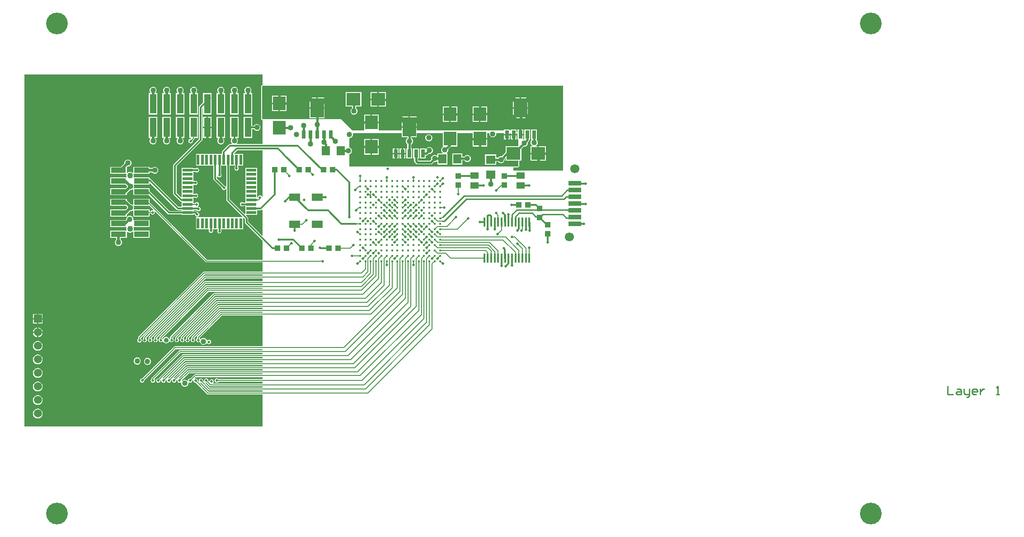
<source format=gtl>
%FSLAX24Y24*%
%MOIN*%
G70*
G01*
G75*
G04 Layer_Physical_Order=1*
G04 Layer_Color=255*
%ADD10R,0.0394X0.0433*%
%ADD11C,0.0177*%
%ADD12R,0.0748X0.0197*%
%ADD13R,0.0197X0.0748*%
%ADD14R,0.0177X0.0669*%
%ADD15R,0.0177X0.0669*%
%ADD16R,0.0500X0.1449*%
%ADD17R,0.0787X0.0551*%
%ADD18R,0.1083X0.0394*%
%ADD19R,0.0945X0.0354*%
%ADD20R,0.0433X0.0394*%
%ADD21R,0.1024X0.0945*%
%ADD22R,0.0630X0.0709*%
%ADD23R,0.0945X0.1024*%
%ADD24R,0.1000X0.1400*%
%ADD25R,0.0300X0.0600*%
%ADD26R,0.0709X0.0630*%
%ADD27R,0.0630X0.0512*%
%ADD28C,0.0060*%
%ADD29C,0.0120*%
%ADD30C,0.0200*%
%ADD31C,0.0110*%
%ADD32C,0.0160*%
%ADD33C,0.0300*%
%ADD34C,0.0080*%
%ADD35C,0.0100*%
%ADD36R,0.0591X0.0591*%
%ADD37C,0.0591*%
%ADD38C,0.1600*%
%ADD39C,0.0433*%
%ADD40C,0.0669*%
%ADD41C,0.0200*%
%ADD42C,0.0400*%
%ADD43C,0.0350*%
G36*
X32185Y50254D02*
Y48368D01*
X32139Y48349D01*
X31126Y49362D01*
Y49606D01*
X31117Y49653D01*
X31090Y49693D01*
X30963Y49821D01*
X30982Y49867D01*
X31777D01*
Y50182D01*
Y50218D01*
X32033D01*
X32080Y50227D01*
X32120Y50254D01*
X32139Y50273D01*
X32185Y50254D01*
D02*
G37*
G36*
X25853Y50254D02*
X25893Y50227D01*
X25939Y50218D01*
X25939D01*
D01*
X26223D01*
Y50182D01*
Y50148D01*
X25321D01*
X23838Y51630D01*
Y51844D01*
X22716D01*
X22688Y51886D01*
X22694Y51901D01*
X22703Y51968D01*
X22694Y52036D01*
X22668Y52100D01*
X22677Y52118D01*
X23838D01*
Y52203D01*
X23884Y52222D01*
X25853Y50254D01*
D02*
G37*
G36*
X32185Y44098D02*
X28642D01*
X28642D01*
D01*
X28603Y44090D01*
X28570Y44068D01*
X25392Y40891D01*
X25370Y40858D01*
X25363Y40819D01*
Y40746D01*
X25349Y40737D01*
X25340Y40723D01*
X25325Y40720D01*
X25288D01*
X25240Y40792D01*
X25163Y40843D01*
X25071Y40862D01*
X24979Y40843D01*
X24901Y40792D01*
X24854Y40720D01*
X24816D01*
X24802Y40723D01*
X24793Y40737D01*
X24779Y40746D01*
Y40777D01*
X28192Y44189D01*
X32185D01*
Y44098D01*
D02*
G37*
G36*
Y38685D02*
X26614D01*
X26575Y38677D01*
X26542Y38655D01*
X25681Y37794D01*
X25631Y37801D01*
X25615Y37832D01*
X26558Y38776D01*
X32185D01*
Y38685D01*
D02*
G37*
G36*
Y38389D02*
X26713D01*
X26674Y38382D01*
X26641Y38359D01*
X26075Y37794D01*
X26025Y37801D01*
X26008Y37832D01*
X26656Y38481D01*
X32185D01*
Y38389D01*
D02*
G37*
G36*
X50990Y55440D02*
X51033D01*
Y54932D01*
X50123D01*
Y54505D01*
X50116Y54501D01*
X50116Y54501D01*
X49821Y54206D01*
X49768Y54213D01*
X49700Y54204D01*
X49637Y54178D01*
X49583Y54137D01*
X49550Y54094D01*
X49414D01*
Y54326D01*
X48586D01*
Y53576D01*
X49414D01*
Y53808D01*
X49550D01*
X49583Y53766D01*
X49637Y53724D01*
X49700Y53698D01*
X49768Y53689D01*
X49836Y53698D01*
X49899Y53724D01*
X49954Y53766D01*
X49995Y53820D01*
X50021Y53883D01*
X50030Y53951D01*
X50023Y54005D01*
X50076Y54058D01*
X50123Y54039D01*
Y53868D01*
X51033D01*
Y53471D01*
X51033Y53471D01*
Y53459D01*
X51033Y53458D01*
X51031Y53456D01*
X51030Y53455D01*
Y53455D01*
X51030Y53455D01*
X51030Y53454D01*
X51020Y53450D01*
X51019Y53448D01*
X51016Y53448D01*
X51009Y53445D01*
X41417D01*
X41400Y53448D01*
X41383Y53445D01*
X38590D01*
Y54353D01*
X38639Y54373D01*
X38693Y54415D01*
X38735Y54469D01*
X38761Y54532D01*
X38770Y54600D01*
X38761Y54668D01*
X38735Y54731D01*
X38693Y54785D01*
X38639Y54827D01*
X38590Y54847D01*
Y55371D01*
Y55538D01*
X38658Y55547D01*
X38721Y55573D01*
X38775Y55615D01*
X38817Y55669D01*
X38843Y55732D01*
X38852Y55800D01*
X38843Y55868D01*
X38865Y55900D01*
X42440D01*
Y55609D01*
X42869D01*
Y55533D01*
X42826Y55500D01*
X42785Y55446D01*
X42758Y55383D01*
X42750Y55315D01*
X42758Y55247D01*
X42785Y55184D01*
X42826Y55130D01*
X42857Y55106D01*
Y54760D01*
X42790D01*
Y54040D01*
X43210D01*
Y54760D01*
X43143D01*
Y55088D01*
X43143Y55088D01*
X43197Y55130D01*
X43239Y55184D01*
X43265Y55247D01*
X43274Y55315D01*
X43265Y55383D01*
X43239Y55446D01*
X43197Y55500D01*
X43155Y55533D01*
Y55609D01*
X43560D01*
Y55900D01*
X45468D01*
Y54923D01*
X45468D01*
X45468Y54886D01*
X45435Y54861D01*
X45393Y54806D01*
X45367Y54743D01*
X45358Y54675D01*
X45367Y54607D01*
X45393Y54544D01*
X45435Y54490D01*
X45471Y54462D01*
X45455Y54414D01*
X45074D01*
Y54272D01*
X45029Y54250D01*
X45013Y54263D01*
X44950Y54289D01*
X44882Y54298D01*
X44814Y54289D01*
X44751Y54263D01*
X44696Y54221D01*
X44655Y54167D01*
X44629Y54103D01*
X44620Y54035D01*
X44627Y53982D01*
X44527Y53883D01*
X43661D01*
X43643Y53902D01*
Y54040D01*
X43710D01*
Y54760D01*
X43290D01*
Y54040D01*
X43357D01*
Y53843D01*
X43357Y53843D01*
X43368Y53788D01*
X43399Y53742D01*
X43501Y53639D01*
X43501Y53639D01*
X43529Y53621D01*
X43548Y53608D01*
X43602Y53597D01*
X43602Y53597D01*
X44587D01*
X44587Y53597D01*
X44641Y53608D01*
X44688Y53639D01*
X44829Y53780D01*
X44882Y53773D01*
X44950Y53782D01*
X45013Y53808D01*
X45029Y53821D01*
X45074Y53798D01*
Y53586D01*
X45824D01*
Y54414D01*
X45785D01*
X45769Y54462D01*
X45806Y54490D01*
X45847Y54544D01*
X45873Y54607D01*
X45882Y54675D01*
X45875Y54729D01*
X46066Y54919D01*
X46066Y54919D01*
X46068Y54923D01*
X46532D01*
Y55900D01*
X47668D01*
Y55544D01*
X48732D01*
Y55900D01*
X48869D01*
X48902Y55862D01*
X48901Y55856D01*
X48910Y55788D01*
X48936Y55725D01*
X48978Y55671D01*
X49032Y55629D01*
X49096Y55603D01*
X49163Y55594D01*
X49231Y55603D01*
X49295Y55629D01*
X49349Y55671D01*
X49391Y55725D01*
X49417Y55788D01*
X49426Y55856D01*
X49425Y55862D01*
X49458Y55900D01*
X49990D01*
Y55850D01*
X50410D01*
Y55900D01*
X50490D01*
Y55850D01*
X50910D01*
Y55900D01*
X50990D01*
Y55440D01*
D02*
G37*
G36*
X54331Y53150D02*
X50724D01*
X50689Y53185D01*
X50690Y53380D01*
X51009D01*
X51018Y53384D01*
X51019Y53384D01*
X51020Y53384D01*
X51021Y53384D01*
X51023Y53384D01*
X51028Y53386D01*
X51039Y53387D01*
X51045Y53390D01*
X51045D01*
X51055Y53394D01*
X51062Y53402D01*
X51065Y53403D01*
X51066Y53404D01*
X51075Y53408D01*
X51076Y53408D01*
X51076Y53408D01*
X51076Y53409D01*
X51077Y53410D01*
X51078Y53411D01*
X51079Y53413D01*
X51079Y53413D01*
X51083Y53422D01*
X51090Y53429D01*
X51090Y53429D01*
X51092Y53431D01*
X51093Y53433D01*
X51093Y53446D01*
X51093Y53446D01*
X51093Y53446D01*
Y53447D01*
X51098Y53456D01*
X51097Y53457D01*
X51098Y53459D01*
Y53471D01*
X51098Y53471D01*
Y53868D01*
X51266D01*
Y54755D01*
X51423Y54912D01*
X51476Y54905D01*
X51544Y54914D01*
X51607Y54940D01*
X51662Y54982D01*
X51703Y55036D01*
X51730Y55099D01*
X51739Y55167D01*
X51732Y55221D01*
X51823Y55312D01*
X51823Y55312D01*
X51842Y55340D01*
X51854Y55359D01*
X51865Y55413D01*
Y55440D01*
X51910D01*
Y56160D01*
X51490D01*
Y55533D01*
X51480Y55456D01*
X51433Y55439D01*
X51410Y55459D01*
Y55750D01*
X51200D01*
Y55800D01*
X51150D01*
Y56160D01*
X50990D01*
Y55965D01*
X50910D01*
Y56160D01*
X50490D01*
Y56100D01*
X50410D01*
Y56160D01*
X49990D01*
Y56100D01*
X43560D01*
Y56318D01*
X42440D01*
Y56100D01*
X40732D01*
Y56100D01*
Y56134D01*
X40732Y56135D01*
X40732D01*
D01*
Y56135D01*
X40732D01*
D01*
Y56656D01*
X39668D01*
Y56135D01*
X39668Y56135D01*
X39668D01*
X39668Y56134D01*
X39634Y56100D01*
X38800D01*
X37943Y56939D01*
X32162D01*
X32162Y56939D01*
X32149D01*
X32148Y56942D01*
X32147Y56942D01*
X32147Y56942D01*
X32147Y56942D01*
X32137Y56960D01*
X32137Y56961D01*
X32137Y56961D01*
X32136Y56962D01*
Y56965D01*
X32136Y56965D01*
Y59375D01*
X32136Y59375D01*
X32139Y59376D01*
X32148Y59385D01*
X32149Y59388D01*
X32149Y59388D01*
X32149Y59388D01*
X32172D01*
X32184Y59393D01*
X32197D01*
X32210Y59398D01*
X32211Y59400D01*
X54331D01*
Y53150D01*
D02*
G37*
G36*
X32185Y51222D02*
X32137Y51208D01*
X32104Y51258D01*
X32051Y51293D01*
X31988Y51306D01*
X31926Y51293D01*
X31873Y51258D01*
X31837Y51205D01*
X31826Y51149D01*
X31777Y51154D01*
Y51442D01*
Y51757D01*
Y52071D01*
Y52386D01*
Y52701D01*
Y53016D01*
Y53333D01*
X30909D01*
Y53016D01*
Y52701D01*
Y52386D01*
Y52071D01*
Y51757D01*
Y51442D01*
Y51127D01*
Y50812D01*
Y50777D01*
X30780D01*
X30737Y50806D01*
X30675Y50818D01*
X30612Y50806D01*
X30559Y50770D01*
X30524Y50718D01*
X30512Y50655D01*
X30524Y50593D01*
X30559Y50540D01*
X30612Y50504D01*
X30675Y50492D01*
X30737Y50504D01*
X30780Y50533D01*
X30909D01*
Y50497D01*
Y50182D01*
Y49940D01*
X30862Y49921D01*
X29752Y51031D01*
Y53509D01*
X30137D01*
Y53408D01*
X30109Y53366D01*
X30097Y53303D01*
X30109Y53241D01*
X30144Y53188D01*
X30197Y53152D01*
X30260Y53140D01*
X30322Y53152D01*
X30375Y53188D01*
X30411Y53241D01*
X30423Y53303D01*
X30411Y53366D01*
X30382Y53408D01*
Y53509D01*
X30733D01*
Y54377D01*
X30107D01*
X30088Y54423D01*
X30316Y54651D01*
X32185D01*
Y51222D01*
D02*
G37*
G36*
X24128Y50250D02*
X24105Y50206D01*
X24066Y50214D01*
X24004Y50201D01*
X23951Y50166D01*
X23935Y50142D01*
X23838D01*
Y50269D01*
X22716D01*
X22688Y50311D01*
X22694Y50326D01*
X22703Y50394D01*
X22694Y50462D01*
X22668Y50525D01*
X22677Y50543D01*
X23835D01*
X24128Y50250D01*
D02*
G37*
G36*
X29508Y51979D02*
X29460Y51965D01*
X29446Y51985D01*
X29393Y52021D01*
X29343Y52031D01*
X28807Y52566D01*
Y52705D01*
X28855Y52720D01*
X28885Y52676D01*
X28938Y52641D01*
X29000Y52628D01*
X29062Y52641D01*
X29115Y52676D01*
X29151Y52729D01*
X29163Y52791D01*
X29151Y52854D01*
X29122Y52896D01*
Y53509D01*
X29508D01*
Y51979D01*
D02*
G37*
G36*
X28180Y36936D02*
X28213Y36914D01*
X28252Y36906D01*
X32185D01*
Y36815D01*
X28196D01*
X27583Y37427D01*
X27600Y37459D01*
X27649Y37466D01*
X28180Y36936D01*
D02*
G37*
G36*
X32185Y59458D02*
X32185D01*
X32172Y59453D01*
X32149D01*
X32137Y59448D01*
X32124Y59448D01*
X32124Y59448D01*
X32115Y59439D01*
X32103Y59434D01*
D01*
X32103Y59434D01*
X32103Y59434D01*
X32102Y59431D01*
X32093Y59422D01*
X32093Y59422D01*
X32090Y59421D01*
X32085Y59409D01*
X32076Y59400D01*
X32076Y59400D01*
D01*
X32076Y59400D01*
X32076Y59400D01*
Y59387D01*
X32071Y59375D01*
Y56965D01*
X32071Y56965D01*
Y56962D01*
X32076Y56950D01*
Y56940D01*
X32076Y56940D01*
X32076Y56940D01*
X32076Y56940D01*
X32076Y56940D01*
X32076Y56940D01*
X32079Y56936D01*
X32080Y56930D01*
X32089Y56912D01*
X32091Y56911D01*
X32091Y56909D01*
X32091Y56909D01*
X32091D01*
X32091Y56909D01*
X32091Y56909D01*
X32091Y56909D01*
D01*
Y56909D01*
D01*
X32091Y56909D01*
X32091Y56909D01*
X32098Y56903D01*
X32101Y56897D01*
X32102Y56896D01*
X32102Y56896D01*
X32103Y56893D01*
X32115Y56888D01*
X32124Y56879D01*
X32127D01*
X32129Y56877D01*
X32130Y56877D01*
Y56877D01*
X32130D01*
X32130D01*
Y56877D01*
D01*
D01*
D01*
D01*
D01*
X32139Y56878D01*
X32149Y56874D01*
X32162D01*
X32162Y56874D01*
X32185D01*
Y55093D01*
X30292D01*
X30276Y55140D01*
X30285Y55148D01*
X30327Y55202D01*
X30353Y55265D01*
X30362Y55333D01*
X30353Y55401D01*
X30327Y55464D01*
X30285Y55518D01*
X30293Y55542D01*
X30410D01*
Y57110D01*
X29790D01*
Y55542D01*
X29876D01*
X29898Y55497D01*
X29873Y55464D01*
X29847Y55401D01*
X29838Y55333D01*
X29847Y55265D01*
X29873Y55202D01*
X29915Y55148D01*
X29924Y55140D01*
X29908Y55093D01*
X29774D01*
D01*
X29774D01*
X29727Y55084D01*
X29687Y55057D01*
X29228Y54598D01*
X29202Y54559D01*
X29193Y54512D01*
Y54377D01*
X27267D01*
Y53509D01*
X28563D01*
Y52516D01*
X28572Y52469D01*
X28599Y52429D01*
X29170Y51858D01*
X29180Y51808D01*
X29215Y51755D01*
X29268Y51719D01*
X29331Y51707D01*
X29393Y51719D01*
X29446Y51755D01*
X29460Y51775D01*
X29508Y51761D01*
Y50980D01*
X29517Y50933D01*
X29543Y50894D01*
X30700Y49738D01*
X30680Y49692D01*
X27381D01*
X27376Y49741D01*
X27376Y49741D01*
Y49741D01*
X27425Y49751D01*
X27478Y49786D01*
X27513Y49839D01*
X27525Y49902D01*
X27513Y49964D01*
X27478Y50017D01*
X27425Y50052D01*
X27375Y50062D01*
X27325Y50112D01*
X27285Y50138D01*
X27239Y50148D01*
X27091D01*
Y50182D01*
Y50218D01*
X27320D01*
X27345Y50180D01*
X27398Y50145D01*
X27461Y50132D01*
X27523Y50145D01*
X27576Y50180D01*
X27611Y50233D01*
X27624Y50295D01*
X27611Y50358D01*
X27576Y50411D01*
X27523Y50446D01*
X27461Y50458D01*
X27448Y50456D01*
X27416Y50462D01*
X27414D01*
X27400Y50510D01*
X27444Y50540D01*
X27479Y50593D01*
X27491Y50655D01*
X27479Y50718D01*
X27444Y50770D01*
X27391Y50806D01*
X27328Y50818D01*
X27266Y50806D01*
X27213Y50770D01*
X27197Y50747D01*
X27091D01*
Y50812D01*
Y51127D01*
Y51157D01*
X27159D01*
X27201Y51129D01*
X27264Y51116D01*
X27326Y51129D01*
X27379Y51164D01*
X27415Y51217D01*
X27427Y51280D01*
X27415Y51342D01*
X27379Y51395D01*
X27326Y51430D01*
X27264Y51443D01*
X27201Y51430D01*
X27159Y51402D01*
X27091D01*
Y51442D01*
Y51757D01*
Y52071D01*
Y52077D01*
X27136Y52101D01*
X27167Y52079D01*
X27230Y52067D01*
X27292Y52079D01*
X27345Y52115D01*
X27381Y52167D01*
X27393Y52230D01*
X27381Y52292D01*
X27345Y52345D01*
X27292Y52381D01*
X27230Y52393D01*
X27167Y52381D01*
X27136Y52359D01*
X27091Y52383D01*
Y52386D01*
Y52701D01*
Y53016D01*
Y53052D01*
X27232D01*
X27275Y53024D01*
X27337Y53012D01*
X27399Y53024D01*
X27452Y53059D01*
X27488Y53112D01*
X27500Y53175D01*
X27488Y53237D01*
X27452Y53290D01*
X27399Y53326D01*
X27337Y53338D01*
X27275Y53326D01*
X27232Y53297D01*
X27091D01*
Y53333D01*
X26223D01*
Y53016D01*
Y52701D01*
Y52386D01*
Y52071D01*
Y51757D01*
Y51442D01*
Y51180D01*
X26177Y51161D01*
X25833Y51506D01*
Y53465D01*
X27695Y55327D01*
X27721Y55367D01*
X27731Y55413D01*
Y57731D01*
X27772Y57759D01*
X27790Y57752D01*
Y57290D01*
X28410D01*
Y58450D01*
X28410Y58450D01*
X28420Y58497D01*
X28410Y58544D01*
X28410Y58544D01*
Y58858D01*
X27790D01*
Y58163D01*
X27522Y57895D01*
X27495Y57855D01*
X27486Y57808D01*
Y55464D01*
X25624Y53602D01*
X25597Y53562D01*
X25588Y53516D01*
Y51455D01*
X25597Y51408D01*
X25624Y51368D01*
X26109Y50884D01*
X26148Y50857D01*
X26195Y50848D01*
X26223D01*
Y50812D01*
Y50497D01*
Y50462D01*
X25990D01*
X23953Y52499D01*
X23914Y52526D01*
X23867Y52535D01*
X23838D01*
Y52632D01*
X22688D01*
X22660Y52673D01*
X22669Y52696D01*
X22679Y52769D01*
X22669Y52841D01*
X22660Y52864D01*
X22688Y52905D01*
X23838D01*
Y52999D01*
X24029D01*
X24046Y52977D01*
X24101Y52935D01*
X24164Y52909D01*
X24232Y52900D01*
X24300Y52909D01*
X24363Y52935D01*
X24417Y52977D01*
X24459Y53031D01*
X24485Y53094D01*
X24494Y53162D01*
X24485Y53230D01*
X24459Y53293D01*
X24417Y53348D01*
X24363Y53389D01*
X24300Y53416D01*
X24232Y53424D01*
X24164Y53416D01*
X24101Y53389D01*
X24046Y53348D01*
X24029Y53325D01*
X23838D01*
Y53419D01*
X22635D01*
Y52993D01*
X22590Y52971D01*
X22539Y53010D01*
X22472Y53038D01*
X22400Y53047D01*
X22328Y53038D01*
X22261Y53010D01*
X22210Y52971D01*
X22165Y52993D01*
Y53381D01*
X22216Y53432D01*
X22244Y53429D01*
X22312Y53438D01*
X22375Y53464D01*
X22430Y53506D01*
X22471Y53560D01*
X22497Y53623D01*
X22506Y53691D01*
X22497Y53759D01*
X22471Y53822D01*
X22430Y53876D01*
X22375Y53918D01*
X22312Y53944D01*
X22244Y53953D01*
X22176Y53944D01*
X22113Y53918D01*
X22059Y53876D01*
X22017Y53822D01*
X21991Y53759D01*
X21982Y53691D01*
X21986Y53663D01*
X21741Y53419D01*
X20962D01*
Y52905D01*
X22112D01*
X22140Y52864D01*
X22131Y52841D01*
X22121Y52769D01*
X22131Y52696D01*
X22140Y52673D01*
X22112Y52632D01*
X20962D01*
Y52118D01*
X22061D01*
X22182Y51996D01*
X22179Y51968D01*
X22182Y51941D01*
X22086Y51844D01*
X20962D01*
Y51331D01*
X22165D01*
Y51463D01*
X22168Y51467D01*
X22175Y51472D01*
X22413Y51710D01*
X22441Y51706D01*
X22509Y51715D01*
X22572Y51741D01*
X22590Y51755D01*
X22635Y51733D01*
Y51331D01*
X23792D01*
X25184Y49939D01*
X25207Y49923D01*
X25223Y49912D01*
X25270Y49903D01*
X26223D01*
Y49867D01*
X27091D01*
Y49903D01*
X27188D01*
X27202Y49889D01*
X27211Y49839D01*
X27247Y49786D01*
X27300Y49751D01*
X27348Y49741D01*
X27343Y49692D01*
X27267D01*
Y48823D01*
X28209D01*
X28233Y48779D01*
X28219Y48759D01*
X28207Y48697D01*
X28219Y48634D01*
X28255Y48582D01*
X28308Y48546D01*
X28370Y48534D01*
X28433Y48546D01*
X28485Y48582D01*
X28521Y48634D01*
X28533Y48697D01*
X28521Y48759D01*
X28492Y48802D01*
Y48823D01*
X28878D01*
Y48762D01*
X28849Y48720D01*
X28837Y48657D01*
X28849Y48595D01*
X28885Y48542D01*
X28938Y48507D01*
X29000Y48494D01*
X29062Y48507D01*
X29115Y48542D01*
X29151Y48595D01*
X29163Y48657D01*
X29151Y48720D01*
X29122Y48762D01*
Y48823D01*
X30733D01*
Y49639D01*
X30779Y49658D01*
X30882Y49556D01*
Y49311D01*
X30891Y49264D01*
X30917Y49225D01*
X32185Y47957D01*
Y46548D01*
X28089D01*
X23838Y50800D01*
Y51057D01*
X22635D01*
Y50629D01*
X22590Y50607D01*
X22572Y50621D01*
X22509Y50647D01*
X22461Y50653D01*
X22199Y50915D01*
X22165Y50938D01*
Y51057D01*
X20962D01*
Y50543D01*
X22110D01*
X22189Y50464D01*
X22188Y50462D01*
X22179Y50394D01*
X22182Y50366D01*
X22086Y50269D01*
X20962D01*
Y49756D01*
X22150D01*
D01*
X22160Y49756D01*
X22166Y49743D01*
X22167Y49742D01*
D01*
X22173Y49730D01*
D01*
X22182Y49711D01*
X22165Y49688D01*
X22138Y49625D01*
X22129Y49557D01*
X22133Y49529D01*
X22086Y49482D01*
X20962D01*
Y48968D01*
X22112D01*
X22140Y48927D01*
X22131Y48904D01*
X22121Y48832D01*
X22131Y48759D01*
X22140Y48736D01*
X22112Y48695D01*
X20962D01*
Y48181D01*
X21392D01*
Y48037D01*
X21370Y48020D01*
X21328Y47966D01*
X21302Y47903D01*
X21293Y47835D01*
X21302Y47767D01*
X21328Y47704D01*
X21370Y47649D01*
X21424Y47608D01*
X21487Y47581D01*
X21555Y47572D01*
X21623Y47581D01*
X21686Y47608D01*
X21741Y47649D01*
X21782Y47704D01*
X21808Y47767D01*
X21817Y47835D01*
X21808Y47903D01*
X21782Y47966D01*
X21741Y48020D01*
X21718Y48037D01*
Y48181D01*
X22165D01*
Y48607D01*
X22210Y48629D01*
X22261Y48590D01*
X22328Y48562D01*
X22400Y48553D01*
X22472Y48562D01*
X22539Y48590D01*
X22590Y48629D01*
X22635Y48607D01*
Y48181D01*
X23838D01*
Y48695D01*
X22688D01*
X22660Y48736D01*
X22669Y48759D01*
X22679Y48832D01*
X22669Y48904D01*
X22660Y48927D01*
X22688Y48968D01*
X23838D01*
Y49482D01*
X22682D01*
X22649Y49520D01*
X22654Y49557D01*
X22645Y49625D01*
X22619Y49688D01*
X22577Y49743D01*
X22523Y49784D01*
X22460Y49810D01*
X22392Y49819D01*
X22324Y49810D01*
X22261Y49784D01*
X22210Y49745D01*
X22191Y49754D01*
D01*
X22171Y49770D01*
D01*
X22165Y49774D01*
Y49887D01*
X22413Y50135D01*
X22441Y50131D01*
X22509Y50140D01*
X22572Y50167D01*
X22590Y50181D01*
X22635Y50159D01*
Y49756D01*
X23838D01*
Y49959D01*
X23935D01*
X23951Y49935D01*
X24004Y49900D01*
X24066Y49887D01*
X24129Y49900D01*
X24181Y49935D01*
X24217Y49988D01*
X24229Y50050D01*
X24222Y50089D01*
X24266Y50112D01*
X27986Y46392D01*
X28016Y46372D01*
X28051Y46365D01*
X32185D01*
Y45673D01*
X27854D01*
X27815Y45665D01*
X27782Y45643D01*
X23030Y40891D01*
X23008Y40858D01*
X23000Y40819D01*
Y40727D01*
X22987Y40718D01*
X22952Y40665D01*
X22939Y40602D01*
X22952Y40540D01*
X22987Y40487D01*
X23040Y40452D01*
X23102Y40439D01*
X23165Y40452D01*
X23218Y40487D01*
X23253Y40540D01*
X23266Y40602D01*
X23253Y40665D01*
X23218Y40718D01*
X23204Y40727D01*
Y40777D01*
X27897Y45469D01*
X32185D01*
Y45378D01*
X27953D01*
X27914Y45370D01*
X27881Y45348D01*
X23424Y40891D01*
X23402Y40858D01*
X23394Y40819D01*
Y40746D01*
X23381Y40737D01*
X23345Y40685D01*
X23333Y40622D01*
X23345Y40560D01*
X23381Y40507D01*
X23434Y40471D01*
X23496Y40459D01*
X23559Y40471D01*
X23611Y40507D01*
X23647Y40560D01*
X23659Y40622D01*
X23647Y40685D01*
X23611Y40737D01*
X23598Y40746D01*
Y40777D01*
X27995Y45174D01*
X32185D01*
Y44984D01*
X27953D01*
X27914Y44976D01*
X27881Y44954D01*
X23818Y40891D01*
X23796Y40858D01*
X23788Y40819D01*
Y40746D01*
X23774Y40737D01*
X23739Y40685D01*
X23727Y40622D01*
X23739Y40560D01*
X23774Y40507D01*
X23827Y40471D01*
X23890Y40459D01*
X23952Y40471D01*
X24005Y40507D01*
X24041Y40560D01*
X24053Y40622D01*
X24041Y40685D01*
X24005Y40737D01*
X23992Y40746D01*
Y40777D01*
X27995Y44780D01*
X32185D01*
Y44689D01*
X28051D01*
X28012Y44681D01*
X27979Y44659D01*
X24211Y40891D01*
X24189Y40858D01*
X24182Y40819D01*
Y40746D01*
X24168Y40737D01*
X24133Y40685D01*
X24120Y40622D01*
X24133Y40560D01*
X24168Y40507D01*
X24221Y40471D01*
X24283Y40459D01*
X24346Y40471D01*
X24399Y40507D01*
X24434Y40560D01*
X24447Y40622D01*
X24434Y40685D01*
X24399Y40737D01*
X24385Y40746D01*
Y40777D01*
X28093Y44485D01*
X32185D01*
Y44393D01*
X28150D01*
X28111Y44386D01*
X28078Y44363D01*
X24605Y40891D01*
X24583Y40858D01*
X24575Y40819D01*
Y40746D01*
X24562Y40737D01*
X24526Y40685D01*
X24514Y40622D01*
X24526Y40560D01*
X24562Y40507D01*
X24615Y40471D01*
X24677Y40459D01*
X24740Y40471D01*
X24793Y40507D01*
X24802Y40521D01*
X24816Y40524D01*
X24854D01*
X24901Y40453D01*
X24979Y40401D01*
X25071Y40382D01*
X25163Y40401D01*
X25240Y40453D01*
X25288Y40524D01*
X25325D01*
X25340Y40521D01*
X25349Y40507D01*
X25402Y40471D01*
X25465Y40459D01*
X25527Y40471D01*
X25580Y40507D01*
X25615Y40560D01*
X25628Y40622D01*
X25615Y40685D01*
X25580Y40737D01*
X25567Y40746D01*
Y40777D01*
X28684Y43894D01*
X32185D01*
Y43803D01*
X28740D01*
X28701Y43795D01*
X28668Y43773D01*
X25786Y40891D01*
X25764Y40858D01*
X25756Y40819D01*
Y40746D01*
X25743Y40737D01*
X25708Y40685D01*
X25695Y40622D01*
X25708Y40560D01*
X25743Y40507D01*
X25796Y40471D01*
X25858Y40459D01*
X25921Y40471D01*
X25974Y40507D01*
X26009Y40560D01*
X26021Y40622D01*
X26009Y40685D01*
X25974Y40737D01*
X25960Y40746D01*
Y40777D01*
X28782Y43599D01*
X32185D01*
Y43513D01*
X28844D01*
X28805Y43506D01*
X28772Y43483D01*
X26180Y40891D01*
X26158Y40858D01*
X26150Y40819D01*
Y40746D01*
X26137Y40737D01*
X26101Y40685D01*
X26089Y40622D01*
X26101Y40560D01*
X26137Y40507D01*
X26190Y40471D01*
X26252Y40459D01*
X26314Y40471D01*
X26367Y40507D01*
X26403Y40560D01*
X26415Y40622D01*
X26403Y40685D01*
X26367Y40737D01*
X26354Y40746D01*
Y40777D01*
X28887Y43309D01*
X32185D01*
Y43212D01*
X28937D01*
X28898Y43204D01*
X28865Y43182D01*
X26574Y40891D01*
X26551Y40858D01*
X26544Y40819D01*
Y40746D01*
X26530Y40737D01*
X26495Y40685D01*
X26483Y40622D01*
X26495Y40560D01*
X26530Y40507D01*
X26583Y40471D01*
X26646Y40459D01*
X26708Y40471D01*
X26761Y40507D01*
X26796Y40560D01*
X26809Y40622D01*
X26796Y40685D01*
X26761Y40737D01*
X26748Y40746D01*
Y40777D01*
X28979Y43008D01*
X32185D01*
Y42917D01*
X29035D01*
X28996Y42909D01*
X28963Y42887D01*
X26967Y40891D01*
X26945Y40858D01*
X26937Y40819D01*
Y40746D01*
X26924Y40737D01*
X26889Y40685D01*
X26876Y40622D01*
X26889Y40560D01*
X26924Y40507D01*
X26977Y40471D01*
X27039Y40459D01*
X27102Y40471D01*
X27155Y40507D01*
X27190Y40560D01*
X27203Y40622D01*
X27190Y40685D01*
X27155Y40737D01*
X27141Y40746D01*
Y40777D01*
X29078Y42713D01*
X32185D01*
Y42635D01*
X29147D01*
X29108Y42627D01*
X29075Y42605D01*
Y42605D01*
X29075D01*
X27361Y40891D01*
X27339Y40858D01*
X27331Y40819D01*
Y40746D01*
X27318Y40737D01*
X27282Y40685D01*
X27270Y40622D01*
X27282Y40560D01*
X27318Y40507D01*
X27371Y40471D01*
X27433Y40459D01*
X27496Y40471D01*
X27526Y40492D01*
X27571Y40471D01*
X27573Y40456D01*
X27600Y40393D01*
X27641Y40338D01*
X27696Y40297D01*
X27759Y40270D01*
X27827Y40261D01*
X27895Y40270D01*
X27958Y40297D01*
X28012Y40338D01*
X28047Y40383D01*
X28079Y40382D01*
X28103Y40372D01*
X28105Y40369D01*
X28158Y40334D01*
X28221Y40321D01*
X28283Y40334D01*
X28336Y40369D01*
X28371Y40422D01*
X28384Y40484D01*
X28371Y40547D01*
X28336Y40600D01*
X28283Y40635D01*
X28221Y40647D01*
X28158Y40635D01*
X28116Y40607D01*
X28077Y40618D01*
X28066Y40626D01*
X28054Y40655D01*
X28012Y40709D01*
X27958Y40751D01*
X27895Y40777D01*
X27827Y40786D01*
X27759Y40777D01*
X27696Y40751D01*
X27641Y40709D01*
X27629Y40694D01*
X27621Y40692D01*
X27578Y40693D01*
X27548Y40737D01*
X27535Y40746D01*
Y40777D01*
X29189Y42431D01*
X32185D01*
Y40161D01*
X25728D01*
X25689Y40153D01*
X25656Y40131D01*
X25394Y39869D01*
X25394Y39869D01*
X23315Y37790D01*
X23299Y37793D01*
X23237Y37781D01*
X23184Y37745D01*
X23149Y37692D01*
X23136Y37630D01*
X23149Y37567D01*
X23184Y37515D01*
X23237Y37479D01*
X23299Y37467D01*
X23362Y37479D01*
X23415Y37515D01*
X23450Y37567D01*
X23462Y37630D01*
X23459Y37646D01*
X25539Y39725D01*
X25539Y39725D01*
X25771Y39957D01*
X32185D01*
Y39866D01*
X26083D01*
X26044Y39858D01*
X26011Y39836D01*
X24015Y37840D01*
X23992Y37807D01*
X23985Y37768D01*
Y37754D01*
X23971Y37745D01*
X23936Y37692D01*
X23924Y37630D01*
X23936Y37567D01*
X23971Y37515D01*
X24024Y37479D01*
X24087Y37467D01*
X24149Y37479D01*
X24202Y37515D01*
X24237Y37567D01*
X24250Y37630D01*
X24237Y37692D01*
X24205Y37741D01*
X26125Y39662D01*
X32185D01*
Y39570D01*
X26319D01*
X26280Y39563D01*
X26247Y39541D01*
X25775Y39069D01*
X25775Y39069D01*
X24496Y37790D01*
X24480Y37793D01*
X24418Y37781D01*
X24365Y37745D01*
X24330Y37692D01*
X24317Y37630D01*
X24330Y37567D01*
X24365Y37515D01*
X24418Y37479D01*
X24480Y37467D01*
X24543Y37479D01*
X24596Y37515D01*
X24631Y37567D01*
X24643Y37630D01*
X24641Y37642D01*
X24681Y37672D01*
X24716Y37653D01*
X24711Y37630D01*
X24723Y37567D01*
X24759Y37515D01*
X24812Y37479D01*
X24874Y37467D01*
X24936Y37479D01*
X24989Y37515D01*
X25025Y37567D01*
X25037Y37630D01*
X25035Y37642D01*
X25075Y37672D01*
X25109Y37653D01*
X25105Y37630D01*
X25117Y37567D01*
X25152Y37515D01*
X25205Y37479D01*
X25268Y37467D01*
X25330Y37479D01*
X25383Y37515D01*
X25418Y37567D01*
X25431Y37630D01*
X25429Y37642D01*
X25469Y37672D01*
X25503Y37653D01*
X25498Y37630D01*
X25511Y37567D01*
X25546Y37515D01*
X25599Y37479D01*
X25661Y37467D01*
X25724Y37479D01*
X25777Y37515D01*
X25812Y37567D01*
X25825Y37630D01*
X25822Y37642D01*
X25862Y37672D01*
X25897Y37653D01*
X25892Y37630D01*
X25904Y37567D01*
X25940Y37515D01*
X25993Y37479D01*
X26055Y37467D01*
X26118Y37479D01*
X26150Y37501D01*
X26193Y37475D01*
X26187Y37429D01*
X26196Y37361D01*
X26222Y37298D01*
X26263Y37244D01*
X26318Y37202D01*
X26381Y37176D01*
X26449Y37167D01*
X26517Y37176D01*
X26580Y37202D01*
X26634Y37244D01*
X26676Y37298D01*
X26702Y37361D01*
X26711Y37429D01*
X26705Y37475D01*
X26748Y37501D01*
X26780Y37479D01*
X26843Y37467D01*
X26905Y37479D01*
X26958Y37515D01*
X26993Y37567D01*
X27006Y37630D01*
X27003Y37642D01*
X27043Y37672D01*
X27078Y37653D01*
X27073Y37630D01*
X27086Y37567D01*
X27121Y37515D01*
X27174Y37479D01*
X27236Y37467D01*
X27252Y37470D01*
X28081Y36641D01*
X28115Y36618D01*
X28154Y36611D01*
X32185D01*
Y34252D01*
X14612D01*
Y60236D01*
X32185D01*
Y59458D01*
D02*
G37*
G36*
X28278Y37231D02*
X28311Y37209D01*
X28350Y37201D01*
X32185D01*
Y37110D01*
X28294D01*
X27977Y37427D01*
X27994Y37459D01*
X28043Y37466D01*
X28278Y37231D01*
D02*
G37*
G36*
X32185Y38094D02*
X27205D01*
X27166Y38086D01*
X27133Y38064D01*
X26858Y37790D01*
X26843Y37793D01*
X26780Y37781D01*
X26727Y37745D01*
X26692Y37692D01*
X26680Y37633D01*
X26633Y37615D01*
X26580Y37656D01*
X26517Y37682D01*
X26449Y37691D01*
X26381Y37682D01*
X26318Y37656D01*
X26264Y37615D01*
X26218Y37633D01*
X26215Y37646D01*
X26755Y38185D01*
X32185D01*
Y38094D01*
D02*
G37*
G36*
Y37732D02*
X28935D01*
X28926Y37745D01*
X28873Y37781D01*
X28811Y37793D01*
X28749Y37781D01*
X28696Y37745D01*
X28660Y37692D01*
X28648Y37630D01*
X28660Y37567D01*
X28696Y37515D01*
X28749Y37479D01*
X28811Y37467D01*
X28873Y37479D01*
X28926Y37515D01*
X28935Y37528D01*
X32185D01*
Y37405D01*
X28543D01*
X28529Y37453D01*
X28533Y37456D01*
X28568Y37508D01*
X28580Y37571D01*
X28568Y37633D01*
X28533Y37686D01*
X28480Y37722D01*
X28417Y37734D01*
X28355Y37722D01*
X28302Y37686D01*
X28267Y37633D01*
X28260Y37600D01*
X28222Y37589D01*
X28185Y37622D01*
X28187Y37630D01*
X28174Y37692D01*
X28139Y37745D01*
X28086Y37781D01*
X28024Y37793D01*
X27961Y37781D01*
X27908Y37745D01*
X27873Y37692D01*
X27861Y37630D01*
X27865Y37607D01*
X27831Y37588D01*
X27791Y37618D01*
X27793Y37630D01*
X27781Y37692D01*
X27745Y37745D01*
X27692Y37781D01*
X27630Y37793D01*
X27568Y37781D01*
X27515Y37745D01*
X27479Y37692D01*
X27467Y37630D01*
X27471Y37607D01*
X27437Y37588D01*
X27397Y37618D01*
X27399Y37630D01*
X27387Y37692D01*
X27352Y37745D01*
X27299Y37781D01*
X27236Y37793D01*
X27213Y37788D01*
X27189Y37832D01*
X27247Y37890D01*
X32185D01*
Y37732D01*
D02*
G37*
G36*
Y39275D02*
X26417D01*
X26378Y39267D01*
X26345Y39245D01*
X24893Y37794D01*
X24844Y37801D01*
X24827Y37832D01*
X25919Y38925D01*
X25919Y38925D01*
X26361Y39367D01*
X32185D01*
Y39275D01*
D02*
G37*
G36*
Y38980D02*
X26516D01*
X26477Y38972D01*
X26444Y38950D01*
X25287Y37794D01*
X25238Y37801D01*
X25221Y37832D01*
X26460Y39071D01*
X32185D01*
Y38980D01*
D02*
G37*
%LPC*%
G36*
X42210Y54350D02*
X42050D01*
Y54040D01*
X42210D01*
Y54350D01*
D02*
G37*
G36*
X41950Y54760D02*
X41790D01*
Y54450D01*
X41950D01*
Y54760D01*
D02*
G37*
G36*
X42710Y54350D02*
X42550D01*
Y54040D01*
X42710D01*
Y54350D01*
D02*
G37*
G36*
X40150Y54844D02*
X39668D01*
Y54323D01*
X40150D01*
Y54844D01*
D02*
G37*
G36*
X40732D02*
X40250D01*
Y54323D01*
X40732D01*
Y54844D01*
D02*
G37*
G36*
X42450Y54350D02*
X42290D01*
Y54040D01*
X42450D01*
Y54350D01*
D02*
G37*
G36*
X15600Y35558D02*
X15507Y35546D01*
X15421Y35510D01*
X15347Y35453D01*
X15290Y35379D01*
X15254Y35293D01*
X15242Y35200D01*
X15254Y35107D01*
X15290Y35021D01*
X15347Y34947D01*
X15421Y34890D01*
X15507Y34854D01*
X15600Y34842D01*
X15693Y34854D01*
X15779Y34890D01*
X15853Y34947D01*
X15910Y35021D01*
X15946Y35107D01*
X15958Y35200D01*
X15946Y35293D01*
X15910Y35379D01*
X15853Y35453D01*
X15779Y35510D01*
X15693Y35546D01*
X15600Y35558D01*
D02*
G37*
G36*
X48150Y55444D02*
X47668D01*
Y54923D01*
X48150D01*
Y55444D01*
D02*
G37*
G36*
X44488Y54888D02*
X44420Y54879D01*
X44357Y54853D01*
X44303Y54811D01*
X44261Y54757D01*
X44235Y54694D01*
X44210Y54760D01*
Y54760D01*
X43790D01*
Y54040D01*
X44210D01*
Y54257D01*
X44262D01*
X44262Y54257D01*
X44317Y54268D01*
X44363Y54299D01*
X44435Y54371D01*
X44488Y54364D01*
X44556Y54373D01*
X44619Y54399D01*
X44674Y54441D01*
X44715Y54495D01*
X44742Y54558D01*
X44750Y54626D01*
X44742Y54694D01*
X44715Y54757D01*
X44674Y54811D01*
X44619Y54853D01*
X44556Y54879D01*
X44488Y54888D01*
D02*
G37*
G36*
X48732Y55444D02*
X48250D01*
Y54923D01*
X48732D01*
Y55444D01*
D02*
G37*
G36*
X40732Y55466D02*
X40250D01*
Y54944D01*
X40732D01*
Y55466D01*
D02*
G37*
G36*
X40150D02*
X39668D01*
Y54944D01*
X40150D01*
Y55466D01*
D02*
G37*
G36*
X42450Y54760D02*
X42290D01*
Y54450D01*
X42450D01*
Y54760D01*
D02*
G37*
G36*
X42210D02*
X42050D01*
Y54450D01*
X42210D01*
Y54760D01*
D02*
G37*
G36*
X42710D02*
X42550D01*
Y54450D01*
X42710D01*
Y54760D01*
D02*
G37*
G36*
X53077Y54932D02*
X52556D01*
Y54450D01*
X53077D01*
Y54932D01*
D02*
G37*
G36*
X52410Y56160D02*
X51990D01*
Y55440D01*
X52000D01*
X52005Y55433D01*
X52024Y55395D01*
X51987Y55348D01*
X51961Y55284D01*
X51952Y55217D01*
X51961Y55149D01*
X51987Y55085D01*
X52029Y55031D01*
X52083Y54989D01*
X52103Y54981D01*
X52093Y54932D01*
X51934D01*
Y54450D01*
X52456D01*
Y54932D01*
X52336D01*
X52327Y54981D01*
X52346Y54989D01*
X52400Y55031D01*
X52442Y55085D01*
X52468Y55149D01*
X52477Y55217D01*
X52468Y55284D01*
X52442Y55348D01*
X52400Y55402D01*
X52357Y55435D01*
Y55440D01*
X52410D01*
Y56160D01*
D02*
G37*
G36*
X41950Y54350D02*
X41790D01*
Y54040D01*
X41950D01*
Y54350D01*
D02*
G37*
G36*
X15952Y41150D02*
X15650D01*
Y40848D01*
X15693Y40854D01*
X15779Y40890D01*
X15853Y40947D01*
X15910Y41021D01*
X15946Y41107D01*
X15952Y41150D01*
D02*
G37*
G36*
X15550D02*
X15248D01*
X15254Y41107D01*
X15290Y41021D01*
X15347Y40947D01*
X15421Y40890D01*
X15507Y40854D01*
X15550Y40848D01*
Y41150D01*
D02*
G37*
G36*
X15650Y41552D02*
Y41250D01*
X15952D01*
X15946Y41293D01*
X15910Y41379D01*
X15853Y41453D01*
X15779Y41510D01*
X15693Y41546D01*
X15650Y41552D01*
D02*
G37*
G36*
X15550D02*
X15507Y41546D01*
X15421Y41510D01*
X15347Y41453D01*
X15290Y41379D01*
X15254Y41293D01*
X15248Y41250D01*
X15550D01*
Y41552D01*
D02*
G37*
G36*
X15600Y40558D02*
X15507Y40546D01*
X15421Y40510D01*
X15347Y40453D01*
X15290Y40379D01*
X15254Y40293D01*
X15242Y40200D01*
X15254Y40107D01*
X15290Y40021D01*
X15347Y39947D01*
X15421Y39890D01*
X15507Y39854D01*
X15600Y39842D01*
X15693Y39854D01*
X15779Y39890D01*
X15853Y39947D01*
X15910Y40021D01*
X15946Y40107D01*
X15958Y40200D01*
X15946Y40293D01*
X15910Y40379D01*
X15853Y40453D01*
X15779Y40510D01*
X15693Y40546D01*
X15600Y40558D01*
D02*
G37*
G36*
X23693Y39310D02*
X23625Y39301D01*
X23562Y39274D01*
X23508Y39233D01*
X23466Y39178D01*
X23440Y39115D01*
X23431Y39047D01*
X23440Y38979D01*
X23466Y38916D01*
X23508Y38862D01*
X23562Y38820D01*
X23625Y38794D01*
X23693Y38785D01*
X23761Y38794D01*
X23824Y38820D01*
X23878Y38862D01*
X23920Y38916D01*
X23946Y38979D01*
X23955Y39047D01*
X23946Y39115D01*
X23920Y39178D01*
X23878Y39233D01*
X23824Y39274D01*
X23761Y39301D01*
X23693Y39310D01*
D02*
G37*
G36*
X15600Y38558D02*
X15507Y38546D01*
X15421Y38510D01*
X15347Y38453D01*
X15290Y38379D01*
X15254Y38293D01*
X15242Y38200D01*
X15254Y38107D01*
X15290Y38021D01*
X15347Y37947D01*
X15421Y37890D01*
X15507Y37854D01*
X15600Y37842D01*
X15693Y37854D01*
X15779Y37890D01*
X15853Y37947D01*
X15910Y38021D01*
X15946Y38107D01*
X15958Y38200D01*
X15946Y38293D01*
X15910Y38379D01*
X15853Y38453D01*
X15779Y38510D01*
X15693Y38546D01*
X15600Y38558D01*
D02*
G37*
G36*
Y39558D02*
X15507Y39546D01*
X15421Y39510D01*
X15347Y39453D01*
X15290Y39379D01*
X15254Y39293D01*
X15242Y39200D01*
X15254Y39107D01*
X15290Y39021D01*
X15347Y38947D01*
X15421Y38890D01*
X15507Y38854D01*
X15600Y38842D01*
X15693Y38854D01*
X15779Y38890D01*
X15853Y38947D01*
X15910Y39021D01*
X15946Y39107D01*
X15958Y39200D01*
X15946Y39293D01*
X15910Y39379D01*
X15853Y39453D01*
X15779Y39510D01*
X15693Y39546D01*
X15600Y39558D01*
D02*
G37*
G36*
X22933Y39337D02*
X22865Y39328D01*
X22802Y39302D01*
X22748Y39260D01*
X22706Y39206D01*
X22680Y39143D01*
X22671Y39075D01*
X22680Y39007D01*
X22706Y38944D01*
X22748Y38889D01*
X22802Y38848D01*
X22865Y38821D01*
X22933Y38813D01*
X23001Y38821D01*
X23064Y38848D01*
X23119Y38889D01*
X23160Y38944D01*
X23186Y39007D01*
X23195Y39075D01*
X23186Y39143D01*
X23160Y39206D01*
X23119Y39260D01*
X23064Y39302D01*
X23001Y39328D01*
X22933Y39337D01*
D02*
G37*
G36*
X46926Y54414D02*
X46176D01*
Y53586D01*
X46926D01*
Y53893D01*
X47075D01*
X47108Y53850D01*
X47162Y53808D01*
X47225Y53782D01*
X47293Y53773D01*
X47361Y53782D01*
X47424Y53808D01*
X47479Y53850D01*
X47520Y53904D01*
X47547Y53968D01*
X47556Y54035D01*
X47547Y54103D01*
X47520Y54167D01*
X47479Y54221D01*
X47424Y54263D01*
X47361Y54289D01*
X47293Y54298D01*
X47225Y54289D01*
X47162Y54263D01*
X47108Y54221D01*
X47075Y54178D01*
X46926D01*
Y54414D01*
D02*
G37*
G36*
X15600Y36558D02*
X15507Y36546D01*
X15421Y36510D01*
X15347Y36453D01*
X15290Y36379D01*
X15254Y36293D01*
X15242Y36200D01*
X15254Y36107D01*
X15290Y36021D01*
X15347Y35947D01*
X15421Y35890D01*
X15507Y35854D01*
X15600Y35842D01*
X15693Y35854D01*
X15779Y35890D01*
X15853Y35947D01*
X15910Y36021D01*
X15946Y36107D01*
X15958Y36200D01*
X15946Y36293D01*
X15910Y36379D01*
X15853Y36453D01*
X15779Y36510D01*
X15693Y36546D01*
X15600Y36558D01*
D02*
G37*
G36*
X53077Y54350D02*
X52556D01*
Y53868D01*
X53077D01*
Y54350D01*
D02*
G37*
G36*
X52456D02*
X51934D01*
Y53868D01*
X52456D01*
Y54350D01*
D02*
G37*
G36*
X15600Y37558D02*
X15507Y37546D01*
X15421Y37510D01*
X15347Y37453D01*
X15290Y37379D01*
X15254Y37293D01*
X15242Y37200D01*
X15254Y37107D01*
X15290Y37021D01*
X15347Y36947D01*
X15421Y36890D01*
X15507Y36854D01*
X15600Y36842D01*
X15693Y36854D01*
X15779Y36890D01*
X15853Y36947D01*
X15910Y37021D01*
X15946Y37107D01*
X15958Y37200D01*
X15946Y37293D01*
X15910Y37379D01*
X15853Y37453D01*
X15779Y37510D01*
X15693Y37546D01*
X15600Y37558D01*
D02*
G37*
G36*
X15955Y42150D02*
X15650D01*
Y41845D01*
X15955D01*
Y42150D01*
D02*
G37*
G36*
X15550D02*
X15245D01*
Y41845D01*
X15550D01*
Y42150D01*
D02*
G37*
G36*
X15955Y42555D02*
X15650D01*
Y42250D01*
X15955D01*
Y42555D01*
D02*
G37*
G36*
X15550D02*
X15245D01*
Y42250D01*
X15550D01*
Y42555D01*
D02*
G37*
G36*
X24410Y57110D02*
X23790D01*
Y55542D01*
X23878D01*
X23900Y55497D01*
X23873Y55462D01*
X23847Y55399D01*
X23838Y55331D01*
X23847Y55263D01*
X23873Y55200D01*
X23915Y55145D01*
X23969Y55104D01*
X24032Y55077D01*
X24100Y55068D01*
X24168Y55077D01*
X24231Y55104D01*
X24285Y55145D01*
X24327Y55200D01*
X24353Y55263D01*
X24362Y55331D01*
X24353Y55399D01*
X24327Y55462D01*
X24285Y55516D01*
X24263Y55533D01*
Y55542D01*
X24410D01*
Y57110D01*
D02*
G37*
G36*
X31100Y59332D02*
X31032Y59323D01*
X30969Y59296D01*
X30915Y59255D01*
X30873Y59200D01*
X30847Y59137D01*
X30838Y59069D01*
X30847Y59001D01*
X30873Y58938D01*
X30900Y58903D01*
X30878Y58858D01*
X30790D01*
Y57290D01*
X31410D01*
Y58858D01*
X31322D01*
X31300Y58903D01*
X31327Y58938D01*
X31353Y59001D01*
X31362Y59069D01*
X31353Y59137D01*
X31327Y59200D01*
X31285Y59255D01*
X31231Y59296D01*
X31168Y59323D01*
X31100Y59332D01*
D02*
G37*
G36*
X30100D02*
X30032Y59323D01*
X29969Y59296D01*
X29915Y59255D01*
X29873Y59200D01*
X29847Y59137D01*
X29838Y59069D01*
X29847Y59001D01*
X29873Y58938D01*
X29900Y58903D01*
X29878Y58858D01*
X29790D01*
Y57290D01*
X30410D01*
Y58858D01*
X30322D01*
X30300Y58903D01*
X30327Y58938D01*
X30353Y59001D01*
X30362Y59069D01*
X30353Y59137D01*
X30327Y59200D01*
X30285Y59255D01*
X30231Y59296D01*
X30168Y59323D01*
X30100Y59332D01*
D02*
G37*
G36*
X29100D02*
X29032Y59323D01*
X28969Y59296D01*
X28915Y59255D01*
X28873Y59200D01*
X28847Y59137D01*
X28838Y59069D01*
X28847Y59001D01*
X28873Y58938D01*
X28900Y58903D01*
X28878Y58858D01*
X28790D01*
Y57290D01*
X29410D01*
Y58858D01*
X29322D01*
X29300Y58903D01*
X29327Y58938D01*
X29353Y59001D01*
X29362Y59069D01*
X29353Y59137D01*
X29327Y59200D01*
X29285Y59255D01*
X29231Y59296D01*
X29168Y59323D01*
X29100Y59332D01*
D02*
G37*
G36*
X48150Y57877D02*
X47668D01*
Y57356D01*
X48150D01*
Y57877D01*
D02*
G37*
G36*
X46532D02*
X46050D01*
Y57356D01*
X46532D01*
Y57877D01*
D02*
G37*
G36*
X45950D02*
X45468D01*
Y57356D01*
X45950D01*
Y57877D01*
D02*
G37*
G36*
X24100Y59332D02*
X24032Y59323D01*
X23969Y59296D01*
X23915Y59255D01*
X23873Y59200D01*
X23847Y59137D01*
X23838Y59069D01*
X23847Y59001D01*
X23873Y58938D01*
X23900Y58903D01*
X23878Y58858D01*
X23790D01*
Y57290D01*
X24410D01*
Y58858D01*
X24322D01*
X24300Y58903D01*
X24327Y58938D01*
X24353Y59001D01*
X24362Y59069D01*
X24353Y59137D01*
X24327Y59200D01*
X24285Y59255D01*
X24231Y59296D01*
X24168Y59323D01*
X24100Y59332D01*
D02*
G37*
G36*
X39466Y58932D02*
X38323D01*
Y57868D01*
X38784D01*
Y57748D01*
X38742Y57715D01*
X38700Y57661D01*
X38674Y57597D01*
X38665Y57530D01*
X38674Y57462D01*
X38700Y57398D01*
X38742Y57344D01*
X38796Y57302D01*
X38859Y57276D01*
X38927Y57267D01*
X38995Y57276D01*
X39058Y57302D01*
X39113Y57344D01*
X39154Y57398D01*
X39180Y57462D01*
X39189Y57530D01*
X39180Y57597D01*
X39154Y57661D01*
X39113Y57715D01*
X39070Y57748D01*
Y57868D01*
X39466D01*
Y58932D01*
D02*
G37*
G36*
X51760Y57719D02*
X51250D01*
Y57009D01*
X51760D01*
Y57719D01*
D02*
G37*
G36*
X27100Y59332D02*
X27032Y59323D01*
X26969Y59296D01*
X26915Y59255D01*
X26873Y59200D01*
X26847Y59137D01*
X26838Y59069D01*
X26847Y59001D01*
X26873Y58938D01*
X26900Y58903D01*
X26878Y58858D01*
X26790D01*
Y57290D01*
X27410D01*
Y58858D01*
X27322D01*
X27300Y58903D01*
X27327Y58938D01*
X27353Y59001D01*
X27362Y59069D01*
X27353Y59137D01*
X27327Y59200D01*
X27285Y59255D01*
X27231Y59296D01*
X27168Y59323D01*
X27100Y59332D01*
D02*
G37*
G36*
X26100D02*
X26032Y59323D01*
X25969Y59296D01*
X25915Y59255D01*
X25873Y59200D01*
X25847Y59137D01*
X25838Y59069D01*
X25847Y59001D01*
X25873Y58938D01*
X25900Y58903D01*
X25878Y58858D01*
X25790D01*
Y57290D01*
X26410D01*
Y58858D01*
X26322D01*
X26300Y58903D01*
X26327Y58938D01*
X26353Y59001D01*
X26362Y59069D01*
X26353Y59137D01*
X26327Y59200D01*
X26285Y59255D01*
X26231Y59296D01*
X26168Y59323D01*
X26100Y59332D01*
D02*
G37*
G36*
X25100D02*
X25032Y59323D01*
X24969Y59296D01*
X24915Y59255D01*
X24873Y59200D01*
X24847Y59137D01*
X24838Y59069D01*
X24847Y59001D01*
X24873Y58938D01*
X24900Y58903D01*
X24878Y58858D01*
X24790D01*
Y57290D01*
X25410D01*
Y58858D01*
X25322D01*
X25300Y58903D01*
X25327Y58938D01*
X25353Y59001D01*
X25362Y59069D01*
X25353Y59137D01*
X25327Y59200D01*
X25285Y59255D01*
X25231Y59296D01*
X25168Y59323D01*
X25100Y59332D01*
D02*
G37*
G36*
X48732Y57877D02*
X48250D01*
Y57356D01*
X48732D01*
Y57877D01*
D02*
G37*
G36*
X33350Y58677D02*
X32868D01*
Y58156D01*
X33350D01*
Y58677D01*
D02*
G37*
G36*
X41277Y58350D02*
X40756D01*
Y57868D01*
X41277D01*
Y58350D01*
D02*
G37*
G36*
X40656D02*
X40134D01*
Y57868D01*
X40656D01*
Y58350D01*
D02*
G37*
G36*
X41277Y58932D02*
X40756D01*
Y58450D01*
X41277D01*
Y58932D01*
D02*
G37*
G36*
X40656D02*
X40134D01*
Y58450D01*
X40656D01*
Y58932D01*
D02*
G37*
G36*
X33932Y58677D02*
X33450D01*
Y58156D01*
X33932D01*
Y58677D01*
D02*
G37*
G36*
X36150Y58528D02*
X35640D01*
Y57818D01*
X36150D01*
Y58528D01*
D02*
G37*
G36*
X33932Y58056D02*
X33450D01*
Y57534D01*
X33932D01*
Y58056D01*
D02*
G37*
G36*
X33350D02*
X32868D01*
Y57534D01*
X33350D01*
Y58056D01*
D02*
G37*
G36*
X51760Y58528D02*
X51250D01*
Y57818D01*
X51760D01*
Y58528D01*
D02*
G37*
G36*
X51150D02*
X50640D01*
Y57818D01*
X51150D01*
Y58528D01*
D02*
G37*
G36*
X36760D02*
X36250D01*
Y57818D01*
X36760D01*
Y58528D01*
D02*
G37*
G36*
X51150Y57719D02*
X50640D01*
Y57009D01*
X51150D01*
Y57719D01*
D02*
G37*
G36*
X27410Y57110D02*
X26790D01*
Y55542D01*
X26902D01*
X26913Y55515D01*
X26881Y55476D01*
X26870Y55478D01*
X26808Y55466D01*
X26755Y55430D01*
X26719Y55377D01*
X26707Y55315D01*
X26719Y55253D01*
X26755Y55200D01*
X26808Y55164D01*
X26870Y55152D01*
X26933Y55164D01*
X26985Y55200D01*
X27021Y55253D01*
X27033Y55315D01*
X27028Y55343D01*
X27132Y55447D01*
X27152Y55477D01*
X27159Y55512D01*
Y55542D01*
X27410D01*
Y57110D01*
D02*
G37*
G36*
X50910Y55750D02*
X50750D01*
Y55440D01*
X50910D01*
Y55750D01*
D02*
G37*
G36*
X50650D02*
X50490D01*
Y55440D01*
X50650D01*
Y55750D01*
D02*
G37*
G36*
X51410Y56160D02*
X51250D01*
Y55850D01*
X51410D01*
Y56160D01*
D02*
G37*
G36*
X28410Y56276D02*
X28150D01*
Y55542D01*
X28410D01*
Y56276D01*
D02*
G37*
G36*
X28050D02*
X27790D01*
Y55542D01*
X28050D01*
Y56276D01*
D02*
G37*
G36*
X29410Y57110D02*
X28790D01*
Y55542D01*
X28878D01*
X28900Y55497D01*
X28873Y55462D01*
X28847Y55399D01*
X28838Y55331D01*
X28847Y55263D01*
X28873Y55200D01*
X28915Y55145D01*
X28969Y55104D01*
X29032Y55077D01*
X29100Y55068D01*
X29168Y55077D01*
X29231Y55104D01*
X29285Y55145D01*
X29327Y55200D01*
X29353Y55263D01*
X29362Y55331D01*
X29353Y55399D01*
X29327Y55462D01*
X29285Y55516D01*
X29263Y55533D01*
Y55542D01*
X29410D01*
Y57110D01*
D02*
G37*
G36*
X26410D02*
X25790D01*
Y55542D01*
X25878D01*
X25900Y55497D01*
X25873Y55462D01*
X25847Y55399D01*
X25838Y55331D01*
X25847Y55263D01*
X25873Y55200D01*
X25915Y55145D01*
X25969Y55104D01*
X26032Y55077D01*
X26100Y55068D01*
X26168Y55077D01*
X26231Y55104D01*
X26285Y55145D01*
X26327Y55200D01*
X26353Y55263D01*
X26362Y55331D01*
X26353Y55399D01*
X26327Y55462D01*
X26285Y55516D01*
X26263Y55533D01*
Y55542D01*
X26410D01*
Y57110D01*
D02*
G37*
G36*
X25410D02*
X24790D01*
Y55542D01*
X24878D01*
X24900Y55497D01*
X24873Y55462D01*
X24847Y55399D01*
X24838Y55331D01*
X24847Y55263D01*
X24873Y55200D01*
X24915Y55145D01*
X24969Y55104D01*
X25032Y55077D01*
X25100Y55068D01*
X25168Y55077D01*
X25231Y55104D01*
X25285Y55145D01*
X25327Y55200D01*
X25353Y55263D01*
X25362Y55331D01*
X25353Y55399D01*
X25327Y55462D01*
X25285Y55516D01*
X25263Y55533D01*
Y55542D01*
X25410D01*
Y57110D01*
D02*
G37*
G36*
X50410Y55750D02*
X50250D01*
Y55440D01*
X50410D01*
Y55750D01*
D02*
G37*
G36*
X50150D02*
X49990D01*
Y55440D01*
X50150D01*
Y55750D01*
D02*
G37*
G36*
X44439Y55823D02*
X44371Y55814D01*
X44308Y55788D01*
X44254Y55746D01*
X44212Y55692D01*
X44186Y55629D01*
X44177Y55561D01*
X44186Y55493D01*
X44212Y55430D01*
X44254Y55376D01*
X44308Y55334D01*
X44371Y55308D01*
X44439Y55299D01*
X44507Y55308D01*
X44570Y55334D01*
X44624Y55376D01*
X44666Y55430D01*
X44692Y55493D01*
X44701Y55561D01*
X44692Y55629D01*
X44666Y55692D01*
X44624Y55746D01*
X44570Y55788D01*
X44507Y55814D01*
X44439Y55823D01*
D02*
G37*
G36*
X31410Y57110D02*
X30790D01*
Y55542D01*
X31410D01*
Y56204D01*
X31534D01*
X31537Y56195D01*
X31579Y56141D01*
X31633Y56099D01*
X31697Y56073D01*
X31765Y56064D01*
X31832Y56073D01*
X31896Y56099D01*
X31950Y56141D01*
X31992Y56195D01*
X32018Y56258D01*
X32027Y56326D01*
X32018Y56394D01*
X31992Y56457D01*
X31950Y56511D01*
X31896Y56553D01*
X31832Y56579D01*
X31765Y56588D01*
X31697Y56579D01*
X31633Y56553D01*
X31579Y56511D01*
X31537Y56457D01*
X31534Y56448D01*
X31410D01*
Y57110D01*
D02*
G37*
G36*
X40150Y57277D02*
X39668D01*
Y56756D01*
X40150D01*
Y57277D01*
D02*
G37*
G36*
X48732Y57256D02*
X48250D01*
Y56734D01*
X48732D01*
Y57256D01*
D02*
G37*
G36*
X48150D02*
X47668D01*
Y56734D01*
X48150D01*
Y57256D01*
D02*
G37*
G36*
X36760Y57719D02*
X36250D01*
Y57009D01*
X36760D01*
Y57719D01*
D02*
G37*
G36*
X36150D02*
X35640D01*
Y57009D01*
X36150D01*
Y57719D01*
D02*
G37*
G36*
X40732Y57277D02*
X40250D01*
Y56756D01*
X40732D01*
Y57277D01*
D02*
G37*
G36*
X42950Y57129D02*
X42440D01*
Y56418D01*
X42950D01*
Y57129D01*
D02*
G37*
G36*
X28410Y57110D02*
X28150D01*
Y56376D01*
X28410D01*
Y57110D01*
D02*
G37*
G36*
X28050D02*
X27790D01*
Y56376D01*
X28050D01*
Y57110D01*
D02*
G37*
G36*
X46532Y57256D02*
X46050D01*
Y56734D01*
X46532D01*
Y57256D01*
D02*
G37*
G36*
X45950D02*
X45468D01*
Y56734D01*
X45950D01*
Y57256D01*
D02*
G37*
G36*
X43560Y57129D02*
X43050D01*
Y56418D01*
X43560D01*
Y57129D01*
D02*
G37*
%LPD*%
D10*
X46600Y52735D02*
D03*
Y52065D02*
D03*
X50000Y52735D02*
D03*
Y52065D02*
D03*
X53200Y48465D02*
D03*
Y49135D02*
D03*
X52600Y50335D02*
D03*
Y49665D02*
D03*
D11*
X39370Y51969D02*
D03*
X40157Y51181D02*
D03*
Y51575D02*
D03*
X39370Y46457D02*
D03*
X41339D02*
D03*
X43307D02*
D03*
X45276D02*
D03*
X39370Y46850D02*
D03*
X39764D02*
D03*
X42126D02*
D03*
X44882D02*
D03*
X45276D02*
D03*
X39370Y47244D02*
D03*
X39764D02*
D03*
X40157D02*
D03*
X40551D02*
D03*
X40945D02*
D03*
X41339D02*
D03*
X41732D02*
D03*
X42126D02*
D03*
X42520D02*
D03*
X42913D02*
D03*
X43307D02*
D03*
X43701D02*
D03*
X44094D02*
D03*
X44488D02*
D03*
X44882D02*
D03*
X45276D02*
D03*
X39370Y47638D02*
D03*
X39764D02*
D03*
X40157D02*
D03*
X40551D02*
D03*
X40945D02*
D03*
X41339D02*
D03*
X41732D02*
D03*
X42126D02*
D03*
X42520D02*
D03*
X42913D02*
D03*
X43307D02*
D03*
X43701D02*
D03*
X44094D02*
D03*
X44488D02*
D03*
X44882D02*
D03*
X45276D02*
D03*
X39370Y48032D02*
D03*
X39764D02*
D03*
X40157D02*
D03*
X40551D02*
D03*
X40945D02*
D03*
X41339D02*
D03*
X41732D02*
D03*
X42126D02*
D03*
X42520D02*
D03*
X42913D02*
D03*
X43307D02*
D03*
X43701D02*
D03*
X44094D02*
D03*
X44488D02*
D03*
X44882D02*
D03*
X45276D02*
D03*
X39370Y48425D02*
D03*
X39764D02*
D03*
X40157D02*
D03*
X40551D02*
D03*
X40945D02*
D03*
X41339D02*
D03*
X41732D02*
D03*
X42126D02*
D03*
X42520D02*
D03*
X42913D02*
D03*
X43307D02*
D03*
X43701D02*
D03*
X44094D02*
D03*
X44488D02*
D03*
X44882D02*
D03*
X45276D02*
D03*
X39370Y48819D02*
D03*
X39764D02*
D03*
X40157D02*
D03*
X40551D02*
D03*
X40945D02*
D03*
X41339D02*
D03*
X41732D02*
D03*
X42126D02*
D03*
X42520D02*
D03*
X42913D02*
D03*
X43307D02*
D03*
X43701D02*
D03*
X44094D02*
D03*
X44488D02*
D03*
X44882D02*
D03*
X45276D02*
D03*
X39370Y49213D02*
D03*
X39764D02*
D03*
X40157D02*
D03*
X40551D02*
D03*
X40945D02*
D03*
X41339D02*
D03*
X41732D02*
D03*
X42126D02*
D03*
X42520D02*
D03*
X42913D02*
D03*
X43307D02*
D03*
X43701D02*
D03*
X44094D02*
D03*
X44488D02*
D03*
X44882D02*
D03*
X45276D02*
D03*
X39370Y49606D02*
D03*
X39764D02*
D03*
X40157D02*
D03*
X40551D02*
D03*
X40945D02*
D03*
X41339D02*
D03*
X41732D02*
D03*
X42126D02*
D03*
X42520D02*
D03*
X42913D02*
D03*
X43307D02*
D03*
X43701D02*
D03*
X44094D02*
D03*
X44488D02*
D03*
X44882D02*
D03*
X45276D02*
D03*
X39370Y50000D02*
D03*
X39764D02*
D03*
X40157D02*
D03*
X40551D02*
D03*
X40945D02*
D03*
X41339D02*
D03*
X41732D02*
D03*
X42126D02*
D03*
X42520D02*
D03*
X42913D02*
D03*
X43307D02*
D03*
X43701D02*
D03*
X44094D02*
D03*
X44488D02*
D03*
X44882D02*
D03*
X45276D02*
D03*
X39370Y50394D02*
D03*
X39764D02*
D03*
X40157D02*
D03*
X40551D02*
D03*
X40945D02*
D03*
X41339D02*
D03*
X41732D02*
D03*
X42126D02*
D03*
X42520D02*
D03*
X42913D02*
D03*
X43307D02*
D03*
X43701D02*
D03*
X44094D02*
D03*
X44488D02*
D03*
X44882D02*
D03*
X45276D02*
D03*
X39370Y50787D02*
D03*
X39764D02*
D03*
X40157D02*
D03*
X40551D02*
D03*
X40945D02*
D03*
X41339D02*
D03*
X41732D02*
D03*
X42126D02*
D03*
X42520D02*
D03*
X42913D02*
D03*
X43307D02*
D03*
X43701D02*
D03*
X44094D02*
D03*
X44488D02*
D03*
X44882D02*
D03*
X45276D02*
D03*
X39370Y51181D02*
D03*
X39764D02*
D03*
X40551D02*
D03*
X40945D02*
D03*
X41339D02*
D03*
X41732D02*
D03*
X42126D02*
D03*
X42520D02*
D03*
X42913D02*
D03*
X43307D02*
D03*
X43701D02*
D03*
X44094D02*
D03*
X44488D02*
D03*
X44882D02*
D03*
X45276D02*
D03*
X39370Y51575D02*
D03*
X39764D02*
D03*
X40551D02*
D03*
X40945D02*
D03*
X41339D02*
D03*
X41732D02*
D03*
X42126D02*
D03*
X42520D02*
D03*
X42913D02*
D03*
X43307D02*
D03*
X43701D02*
D03*
X44094D02*
D03*
X44488D02*
D03*
X44882D02*
D03*
X45276D02*
D03*
X39764Y51969D02*
D03*
X40157D02*
D03*
X40551D02*
D03*
X40945D02*
D03*
X41339D02*
D03*
X41732D02*
D03*
X42126D02*
D03*
X42520D02*
D03*
X42913D02*
D03*
X43307D02*
D03*
X43701D02*
D03*
X44094D02*
D03*
X44488D02*
D03*
X44882D02*
D03*
X45276D02*
D03*
X39370Y52362D02*
D03*
X39764D02*
D03*
X40157D02*
D03*
X40551D02*
D03*
X40945D02*
D03*
X41339D02*
D03*
X41732D02*
D03*
X42126D02*
D03*
X42520D02*
D03*
X42913D02*
D03*
X43307D02*
D03*
X43701D02*
D03*
X44094D02*
D03*
X44488D02*
D03*
X44882D02*
D03*
X45276D02*
D03*
X40945Y46850D02*
D03*
X42126Y46457D02*
D03*
X41732Y46850D02*
D03*
Y46457D02*
D03*
X41339Y46850D02*
D03*
X40551D02*
D03*
Y46457D02*
D03*
X40157Y46850D02*
D03*
Y46457D02*
D03*
X39764D02*
D03*
X40945D02*
D03*
X44882D02*
D03*
X44488Y46850D02*
D03*
Y46457D02*
D03*
X44094Y46850D02*
D03*
Y46457D02*
D03*
X43701Y46850D02*
D03*
Y46457D02*
D03*
X43307Y46850D02*
D03*
X42913D02*
D03*
Y46457D02*
D03*
X42520Y46850D02*
D03*
Y46457D02*
D03*
D12*
X26657Y53175D02*
D03*
Y52860D02*
D03*
Y52545D02*
D03*
Y52230D02*
D03*
Y51915D02*
D03*
Y51600D02*
D03*
Y51285D02*
D03*
Y50970D02*
D03*
Y50655D02*
D03*
Y50340D02*
D03*
Y50025D02*
D03*
X31343Y53175D02*
D03*
Y52860D02*
D03*
Y52545D02*
D03*
Y52230D02*
D03*
Y51915D02*
D03*
Y51600D02*
D03*
Y51285D02*
D03*
Y50970D02*
D03*
Y50655D02*
D03*
Y50340D02*
D03*
Y50025D02*
D03*
D13*
X27425Y49257D02*
D03*
X27740D02*
D03*
X28055D02*
D03*
X28370D02*
D03*
X28685D02*
D03*
X29000D02*
D03*
X29315D02*
D03*
X29630D02*
D03*
X29945D02*
D03*
X30260D02*
D03*
X30575D02*
D03*
X27425Y53943D02*
D03*
X27740D02*
D03*
X28055D02*
D03*
X28370D02*
D03*
X28685D02*
D03*
X29000D02*
D03*
X29315D02*
D03*
X29630D02*
D03*
X29945D02*
D03*
X30260D02*
D03*
X30575D02*
D03*
D14*
X51863Y49339D02*
D03*
D15*
X51607D02*
D03*
X51352D02*
D03*
X51096D02*
D03*
X50840D02*
D03*
X50584D02*
D03*
X50328D02*
D03*
X50072D02*
D03*
X49816D02*
D03*
X49560D02*
D03*
X49304D02*
D03*
X49048D02*
D03*
X48793D02*
D03*
X48537D02*
D03*
X51863Y46661D02*
D03*
X51607D02*
D03*
X51352D02*
D03*
X51096D02*
D03*
X50840D02*
D03*
X50584D02*
D03*
X50328D02*
D03*
X50072D02*
D03*
X49816D02*
D03*
X49560D02*
D03*
X49304D02*
D03*
X49048D02*
D03*
X48793D02*
D03*
X48537D02*
D03*
D16*
X24100Y58074D02*
D03*
Y56326D02*
D03*
X25100Y58074D02*
D03*
Y56326D02*
D03*
X26100Y58074D02*
D03*
Y56326D02*
D03*
X27100Y58074D02*
D03*
Y56326D02*
D03*
X28100Y58074D02*
D03*
Y56326D02*
D03*
X29100Y58074D02*
D03*
Y56326D02*
D03*
X30100Y58074D02*
D03*
Y56326D02*
D03*
X31100Y58074D02*
D03*
Y56326D02*
D03*
D17*
X36203Y49184D02*
D03*
Y51184D02*
D03*
X34550D02*
D03*
Y49184D02*
D03*
D18*
X23237Y48438D02*
D03*
Y49225D02*
D03*
Y50013D02*
D03*
Y50800D02*
D03*
Y51587D02*
D03*
Y52375D02*
D03*
X21563Y48438D02*
D03*
Y49225D02*
D03*
Y50013D02*
D03*
Y50800D02*
D03*
Y51587D02*
D03*
Y52375D02*
D03*
X23237Y53162D02*
D03*
X21563D02*
D03*
D19*
X55200Y52200D02*
D03*
Y51700D02*
D03*
Y51200D02*
D03*
Y50700D02*
D03*
Y50200D02*
D03*
Y49700D02*
D03*
Y49200D02*
D03*
D20*
X51065Y50600D02*
D03*
X51735D02*
D03*
X37335Y53200D02*
D03*
X36665D02*
D03*
X33935Y47400D02*
D03*
X33265D02*
D03*
X37735D02*
D03*
X37065D02*
D03*
X35065D02*
D03*
X35735D02*
D03*
X33735Y53200D02*
D03*
X33065D02*
D03*
X34865D02*
D03*
X35535D02*
D03*
D21*
X40706Y58400D02*
D03*
X38894D02*
D03*
X52506Y54400D02*
D03*
X50694D02*
D03*
D22*
X37951Y54600D02*
D03*
X36849D02*
D03*
X46551Y54000D02*
D03*
X45449D02*
D03*
D23*
X33400Y58106D02*
D03*
Y56294D02*
D03*
X46000Y57306D02*
D03*
Y55494D02*
D03*
X40200Y56706D02*
D03*
Y54894D02*
D03*
X48200Y57306D02*
D03*
Y55494D02*
D03*
D24*
X43000Y56368D02*
D03*
X51200Y57769D02*
D03*
X36200D02*
D03*
D25*
X42500Y54400D02*
D03*
X44000D02*
D03*
X42000D02*
D03*
X43500D02*
D03*
X43000D02*
D03*
X50700Y55800D02*
D03*
X52200D02*
D03*
X50200D02*
D03*
X51700D02*
D03*
X51200D02*
D03*
X36200D02*
D03*
X36700D02*
D03*
X35200D02*
D03*
X37200D02*
D03*
X35700D02*
D03*
D26*
X49000Y52849D02*
D03*
Y53951D02*
D03*
D27*
X47800Y52774D02*
D03*
Y52026D02*
D03*
X51200Y52774D02*
D03*
Y52026D02*
D03*
D28*
X40157Y51181D02*
Y51575D01*
X40000Y51400D02*
X40157Y51243D01*
X39000Y51700D02*
X39269Y51969D01*
X39370D01*
X26609Y50655D02*
X27328D01*
X23237Y50050D02*
X24066D01*
X26870Y55315D02*
X27067Y55512D01*
Y56299D01*
X41929Y50984D02*
X42126Y50787D01*
Y50787D02*
Y50787D01*
X26575Y50689D02*
X26609Y50655D01*
X34550Y49184D02*
X35109D01*
X35400Y49475D01*
X31876Y50970D02*
X31988Y51083D01*
X31343Y50970D02*
X31876D01*
X40354Y47047D02*
X40551Y47244D01*
X40551D01*
X39961Y47047D02*
X40157Y47244D01*
X37735Y47400D02*
X38640D01*
X38878Y47638D01*
X40748Y48622D02*
X40945Y48425D01*
X45353Y47235D02*
X48636D01*
X48793Y47078D01*
Y46661D02*
Y47078D01*
X49048Y46661D02*
Y47216D01*
X48821Y47443D02*
X49048Y47216D01*
X45353Y47628D02*
X48833D01*
X49304Y47157D01*
Y46661D02*
Y47157D01*
X49560Y46661D02*
Y47196D01*
X48920Y47837D02*
X49560Y47196D01*
X49916Y48022D02*
X50840Y47098D01*
X45353Y48022D02*
X49916D01*
X50840Y46661D02*
Y47098D01*
X51096Y46661D02*
Y47236D01*
X50101Y48231D02*
X51096Y47236D01*
X51352Y46661D02*
Y47374D01*
X50987Y47739D02*
X51352Y47374D01*
X44488Y48032D02*
X44685Y47835D01*
X44882Y48032D02*
X45076Y47837D01*
X48920D01*
X44882Y47638D02*
X45079Y47441D01*
X45273D01*
X45144Y47443D02*
X48821D01*
X44882Y48425D02*
X45076Y48231D01*
X50101D01*
X44488Y48819D02*
X44685Y48622D01*
X51863Y46661D02*
Y47448D01*
X51607Y46661D02*
Y47408D01*
X50787Y48228D02*
X51607Y47408D01*
X50591Y48228D02*
X50787D01*
X44488Y48425D02*
X44685Y48228D01*
X44882Y49606D02*
Y49606D01*
Y49606D02*
X45076Y49412D01*
X45276Y49606D02*
X45343D01*
X45353Y49597D01*
X34865Y53200D02*
Y53225D01*
X40551Y49213D02*
Y49213D01*
X40354Y49409D02*
X40551Y49213D01*
X40945Y48425D02*
X40945D01*
X39075Y49213D02*
X39370D01*
X38780Y46850D02*
X39370D01*
X44291Y47047D02*
X44488Y47244D01*
X44094Y48032D02*
X44291Y48228D01*
X49508Y48425D02*
X49816Y48733D01*
Y49339D01*
X49560D02*
Y49849D01*
X49409Y50000D02*
X49560Y49849D01*
X44094Y48819D02*
X44291Y49016D01*
X44094Y48819D02*
Y48819D01*
X45276Y46850D02*
X45276D01*
Y46457D02*
X45472Y46260D01*
X44882Y46850D02*
X44882D01*
X44685Y46654D02*
X44882Y46850D01*
X45669Y47047D02*
X46055Y46661D01*
X45079Y47047D02*
X45669D01*
X44882Y47244D02*
X45079Y47047D01*
X46055Y46661D02*
X48537D01*
X44488Y47638D02*
X44488D01*
X44291Y47441D02*
X44488Y47638D01*
X35735Y47644D02*
X36024Y47933D01*
X35735Y47400D02*
Y47644D01*
X45276Y52362D02*
X45472Y52559D01*
X44882Y51968D02*
Y51969D01*
X45079Y52165D01*
Y46654D02*
X45276Y46850D01*
X23670Y50838D02*
X28051Y46457D01*
X36614D01*
X39764Y46850D02*
X39764D01*
X39567Y46654D02*
X39764Y46850D01*
X39370Y46457D02*
X39370D01*
X39173Y46260D02*
X39370Y46457D01*
X42126Y46850D02*
X42126D01*
X41929Y46654D02*
X42126Y46850D01*
X43307Y46161D02*
Y46457D01*
X41339Y46161D02*
Y46457D01*
X45276Y51968D02*
X45472Y52165D01*
X34154Y52756D02*
Y52781D01*
X33735Y53200D02*
X34154Y52781D01*
X35535Y53200D02*
X35880Y52854D01*
X44882Y51575D02*
X44882D01*
X44685Y51772D02*
X44882Y51575D01*
X43307Y52362D02*
Y52657D01*
X43307Y52657D02*
X43307Y52657D01*
X41339Y52362D02*
Y52657D01*
X39370Y52362D02*
Y52756D01*
X39764Y51968D02*
X39961Y51772D01*
X45276Y48819D02*
X46555D01*
X47343Y49606D01*
X49409Y51673D02*
X49802Y52065D01*
X46600Y51423D02*
Y52065D01*
X45768Y49016D02*
X46457Y49705D01*
X45079Y49016D02*
X45768D01*
X44882Y48819D02*
X45079Y49016D01*
X44882Y49213D02*
X44882D01*
X44685Y49409D02*
X44882Y49213D01*
X45276Y50394D02*
X45571D01*
X45276Y48425D02*
X45276D01*
X45079Y48622D02*
X45276Y48425D01*
X39370D02*
Y48425D01*
X39173Y48622D02*
X39370Y48425D01*
X39272Y50394D02*
X39370D01*
X39075Y50197D02*
X39272Y50394D01*
X42520Y50787D02*
Y50787D01*
X42717Y50984D01*
X42520Y50394D02*
Y50394D01*
X42717Y50591D01*
X42913Y50394D02*
Y50394D01*
X43110Y50591D01*
X43307Y50394D02*
Y50394D01*
X43504Y50591D01*
X42913Y50000D02*
Y50000D01*
X43110Y50197D01*
X42520Y50000D02*
Y50000D01*
X42717Y50197D01*
X42520Y49606D02*
Y49606D01*
X42717Y49803D01*
X42913Y49606D02*
Y49606D01*
X43110Y49803D01*
X43307Y49606D02*
Y49606D01*
X43504Y49803D01*
X43307Y50000D02*
Y50000D01*
X43504Y50197D01*
X43701Y49606D02*
Y49606D01*
X43898Y49803D01*
X43701Y50787D02*
Y50787D01*
X43898Y50984D01*
X44094Y51181D02*
Y51181D01*
X44291Y51378D01*
X42520Y49213D02*
Y49213D01*
Y49213D02*
X42717Y49016D01*
X42913Y49213D02*
Y49213D01*
Y49213D02*
X43110Y49016D01*
X43307Y49213D02*
Y49213D01*
Y49213D02*
X43504Y49016D01*
X43701Y49213D02*
Y49213D01*
Y49213D02*
X43898Y49016D01*
X43307Y48819D02*
Y48819D01*
Y48819D02*
X43504Y48622D01*
X42913Y48819D02*
Y48819D01*
Y48819D02*
X43110Y48622D01*
X42520Y48819D02*
Y48819D01*
Y48819D02*
X42717Y48622D01*
X42520Y48425D02*
Y48425D01*
Y48425D02*
X42717Y48228D01*
X42913Y48425D02*
Y48425D01*
Y48425D02*
X43110Y48228D01*
X43307Y48425D02*
Y48425D01*
Y48425D02*
X43504Y48228D01*
X42520Y48032D02*
X42717Y47835D01*
X43701Y48032D02*
X43898Y47835D01*
X44094Y47638D02*
Y47638D01*
X44291Y47835D01*
X43701Y48819D02*
Y48819D01*
Y48819D02*
X43898Y48622D01*
X51352Y48793D02*
Y49339D01*
X51280Y48720D02*
X51352Y48793D01*
X47800Y52756D02*
X47835D01*
X41929Y50591D02*
X42126Y50394D01*
X41929Y50591D02*
X41929D01*
X42126Y50000D02*
X42126D01*
X41929Y50197D02*
X42126Y50000D01*
X41929Y49803D02*
X42126Y49606D01*
X41535Y49803D02*
X41732Y49606D01*
X41339Y50000D02*
X41339D01*
X41142Y50197D02*
X41339Y50000D01*
Y50394D02*
X41339D01*
X41142Y50591D02*
X41339Y50394D01*
X41732Y50000D02*
X41732D01*
X41535Y50197D02*
X41732Y50000D01*
Y50394D02*
X41732D01*
X41535Y50591D02*
X41732Y50394D01*
X40945Y50787D02*
X40945D01*
X40748Y50984D02*
X40945Y50787D01*
X40354Y51378D02*
X40551Y51181D01*
X40748Y49803D02*
X40945Y49606D01*
X41142Y49803D02*
X41339Y49606D01*
X42126Y49213D02*
X42126D01*
X41929Y49016D02*
X42126Y49213D01*
X41732D02*
X41732D01*
X41535Y49016D02*
X41732Y49213D01*
X41339D02*
X41339D01*
X41142Y49016D02*
X41339Y49213D01*
X40945D02*
X40945D01*
X40748Y49016D02*
X40945Y49213D01*
X42126Y48819D02*
X42126D01*
X41929Y48622D02*
X42126Y48819D01*
X41732D02*
X41732D01*
X41535Y48622D02*
X41732Y48819D01*
X41339D02*
X41339D01*
X41142Y48622D02*
X41339Y48819D01*
Y48425D02*
X41339D01*
X41142Y48228D02*
X41339Y48425D01*
X41732D02*
X41732D01*
X41535Y48228D02*
X41732Y48425D01*
X42126D02*
X42126D01*
X41929Y48228D02*
X42126Y48425D01*
X42126Y48032D02*
X42126D01*
X41929Y47835D02*
X42126Y48032D01*
X40945D02*
X40945D01*
X40748Y47835D02*
X40945Y48032D01*
X40551Y47638D02*
Y47638D01*
X40354Y47835D02*
X40551Y47638D01*
X39764Y47244D02*
Y47244D01*
X39567Y47441D02*
X39764Y47244D01*
X33935Y47400D02*
Y47419D01*
X34301Y47785D01*
X39567Y49409D02*
X39764Y49606D01*
X50593Y49215D02*
Y49339D01*
X50840D02*
Y49409D01*
X55020Y51200D02*
X55200D01*
X45076Y49412D02*
X45423D01*
X45353Y49597D02*
X45467Y49711D01*
X42520Y51968D02*
X42717Y51772D01*
X42717D02*
X42717D01*
X41142Y46126D02*
Y46654D01*
X41339Y46850D01*
X41535Y46063D02*
Y46654D01*
X41732Y46850D01*
X41732Y46063D02*
Y46457D01*
X42126Y46063D02*
Y46457D01*
X44685Y46260D02*
X44882Y46457D01*
X44685Y46063D02*
Y46260D01*
X44488Y46063D02*
Y46457D01*
X44291Y46654D02*
X44488Y46850D01*
X44291Y46063D02*
Y46654D01*
X44094Y46063D02*
Y46457D01*
X43898Y46654D02*
X44094Y46850D01*
X43898Y46063D02*
Y46654D01*
X43701Y46063D02*
Y46457D01*
X43504Y46654D02*
X43701Y46850D01*
X43504Y46063D02*
Y46654D01*
X43110D02*
X43307Y46850D01*
X43110Y46063D02*
Y46654D01*
X42913Y46063D02*
Y46457D01*
Y46063D02*
X42913Y46063D01*
X42717Y46654D02*
X42913Y46850D01*
X42717Y46063D02*
Y46654D01*
X42520Y46063D02*
Y46457D01*
Y46063D02*
X42520Y46063D01*
X42323Y46654D02*
X42520Y46850D01*
X42323Y46063D02*
Y46654D01*
D29*
X50059Y46661D02*
Y47311D01*
X48793Y48819D02*
Y49803D01*
X49970Y47399D02*
X50059Y47311D01*
X49803Y46100D02*
Y46651D01*
X50128Y46081D02*
X50315Y46268D01*
Y46632D01*
X50584Y46143D02*
Y46661D01*
X48793Y49803D02*
X48839Y49849D01*
X48976D01*
X49048Y49777D01*
Y49339D02*
Y49777D01*
X49304Y48813D02*
Y49339D01*
X30100Y55333D02*
Y56326D01*
X29315Y54512D02*
X29774Y54970D01*
X29774D02*
X34793D01*
X35428Y54335D02*
X36564Y53200D01*
X34793Y54970D02*
X35428Y54335D01*
X30266Y54774D02*
X33317D01*
X33747Y54318D02*
X34865Y53200D01*
X29945Y54453D02*
X30266Y54774D01*
X33317D02*
X33760Y54331D01*
X29945Y53943D02*
Y54453D01*
X31100Y56326D02*
X31765D01*
X27608Y57808D02*
X28297Y58497D01*
X27608Y55413D02*
Y57808D01*
X25710Y51455D02*
Y53516D01*
X27608Y55413D01*
X22787Y52413D02*
X23867D01*
X25939Y50340D01*
X22787Y51625D02*
X23670D01*
X25270Y50025D01*
X26195Y50970D02*
X26657D01*
X25710Y51455D02*
X26195Y50970D01*
X33065Y51372D02*
Y53200D01*
X31343Y50340D02*
X32033D01*
X33065Y51372D01*
X32915Y47400D02*
X33265D01*
X31004Y49311D02*
Y49606D01*
X29630Y50980D02*
X31004Y49606D01*
X29630Y50980D02*
Y53943D01*
X31004Y49311D02*
X32915Y47400D01*
X29315Y53943D02*
Y54512D01*
X29000Y52791D02*
Y53943D01*
X28685Y52516D02*
X29331Y51870D01*
X28685Y52516D02*
Y53943D01*
X34550Y51184D02*
X35537Y50197D01*
X37008D01*
X37992Y49213D01*
X39075D01*
X34157Y51184D02*
X34550D01*
X33858Y50886D02*
X34157Y51184D01*
X26657Y53175D02*
X27337D01*
X37335Y53200D02*
X37646D01*
X38583Y52264D01*
Y49705D02*
Y52264D01*
X34449Y48032D02*
X35039Y47441D01*
X33366Y48032D02*
X34449D01*
X27416Y50340D02*
X27461Y50295D01*
X25939Y50340D02*
X27416D01*
X27239Y50025D02*
X27362Y49902D01*
X36458Y47400D02*
X37065D01*
X25270Y50025D02*
X27239D01*
X55200Y49200D02*
X55893D01*
X55118Y50689D02*
X56004D01*
X55217Y52165D02*
X56004D01*
X29000Y48657D02*
Y49257D01*
X28370Y48697D02*
Y49257D01*
X26673Y51280D02*
X27264D01*
X26657Y52230D02*
X27230D01*
X30260Y53303D02*
Y53943D01*
X30675Y50655D02*
X31343D01*
Y50970D02*
X31777D01*
X22787Y50838D02*
X23670D01*
X51870Y48720D02*
Y49311D01*
X51607Y48786D02*
Y49339D01*
X51096Y48841D02*
Y49339D01*
X50975Y48720D02*
X51096Y48841D01*
X48201Y49339D02*
X48537D01*
X50328D02*
Y49918D01*
X50049Y49360D02*
Y49803D01*
X50072Y49339D02*
Y49830D01*
X49902Y50000D02*
X50072Y49830D01*
X36203Y51184D02*
X36808D01*
X34547Y48720D02*
Y49114D01*
X51200Y52026D02*
X51862D01*
X50021Y52756D02*
X51230D01*
X47800Y52026D02*
X48466D01*
X46621Y52756D02*
X47835D01*
X50532Y50600D02*
X51065D01*
X52344Y50591D02*
X52600Y50335D01*
X51673Y50591D02*
X52344D01*
X52600Y49665D02*
X53131Y49135D01*
X53200D01*
Y47833D02*
Y48465D01*
D30*
X21555Y47835D02*
Y48425D01*
X22060Y49225D02*
X22392Y49557D01*
X21563Y49225D02*
X22060D01*
X21555Y50000D02*
X22047D01*
X22441Y50394D01*
Y50443D01*
X22084Y50800D02*
X22441Y50443D01*
X21563Y50800D02*
X22084D01*
X21506Y51575D02*
X22047D01*
X22060Y51587D02*
X22441Y51968D01*
X21563Y51587D02*
X22060D01*
X21555Y52362D02*
X22047D01*
X22441Y51968D01*
X21715Y53162D02*
X22244Y53691D01*
X21563Y53162D02*
X21715D01*
X23237D02*
X24232D01*
X24100Y55331D02*
Y56326D01*
X25100Y55331D02*
Y56326D01*
X26100Y55331D02*
Y56326D01*
X28100Y55331D02*
Y56326D01*
X29100Y55331D02*
Y56326D01*
X31100Y58074D02*
Y59069D01*
X30100Y58074D02*
Y59069D01*
X29100Y58074D02*
Y59069D01*
X27100Y58074D02*
Y59069D01*
X26100Y58074D02*
Y59069D01*
X25100Y58074D02*
Y59069D01*
X24100Y58074D02*
Y59069D01*
D31*
X50591Y49902D02*
X50935Y50246D01*
X54724Y50200D02*
X55200D01*
X54678Y50246D02*
X54724Y50200D01*
X50591Y49311D02*
Y49902D01*
X50935Y50246D02*
X54678D01*
X51083Y50000D02*
X52067D01*
X50840Y49409D02*
Y49757D01*
X51083Y50000D01*
X52067D02*
X52313Y49754D01*
X52836Y49902D02*
X54331D01*
X52313Y49754D02*
X52600D01*
Y49665D02*
X52836Y49902D01*
X54331D02*
X54577Y49656D01*
X55266D01*
X54577Y51200D02*
X55020D01*
X54653Y51700D02*
X55200D01*
X54417Y51040D02*
X54577Y51200D01*
X54243Y51290D02*
X54653Y51700D01*
X45573Y49412D02*
X46900Y50738D01*
X46900Y50738D02*
X47201Y51040D01*
X54417D01*
X47046Y51290D02*
X54243D01*
X45423Y49412D02*
X45573D01*
X45467Y49711D02*
X47046Y51290D01*
D32*
X52215Y55217D02*
Y55807D01*
X49000Y53951D02*
X49768D01*
X50217Y54400D02*
X50694D01*
X49768Y53951D02*
X50217Y54400D01*
X50689Y54380D02*
X51722Y55413D01*
Y55856D01*
X50700Y55326D02*
Y55800D01*
X50591Y55217D02*
X50700Y55326D01*
X50200Y55220D02*
Y55800D01*
X50246D02*
Y55807D01*
X50197Y55217D02*
X50591D01*
X48228Y54577D02*
Y55463D01*
X47293D02*
X48278D01*
X48228Y57333D02*
X49065D01*
X48228Y57283D02*
Y58218D01*
X51181Y56594D02*
X51230Y56644D01*
X49000Y52132D02*
Y52849D01*
X52559Y53543D02*
Y54380D01*
X52506Y54400D02*
X53367D01*
X46555Y54035D02*
X47293D01*
X45620Y54675D02*
X45965Y55020D01*
Y55512D01*
X46000Y57306D02*
X46878D01*
X46000D02*
Y58205D01*
X43000Y54400D02*
Y55205D01*
X43012Y55217D01*
X43500Y53843D02*
Y54400D01*
Y53843D02*
X43602Y53740D01*
X44587D01*
X44882Y54035D01*
X45472D01*
X44000Y54400D02*
X44262D01*
X44488Y54626D01*
X44390Y55512D02*
X44439Y55561D01*
X42520Y54085D02*
Y54380D01*
X42224Y53789D02*
X42520Y54085D01*
X42028Y53789D02*
X42224D01*
X42028Y53740D02*
Y54429D01*
X41388Y54921D02*
X41400Y54909D01*
X39442Y54894D02*
X40200D01*
X40256Y54921D02*
X41388D01*
X39383Y56706D02*
X40200D01*
X36700Y55229D02*
Y55800D01*
Y55229D02*
X36860Y55069D01*
Y54528D02*
Y55069D01*
X37951Y54600D02*
X38507D01*
X37200Y55664D02*
Y55800D01*
Y55664D02*
X37549Y55315D01*
X35700Y55097D02*
Y55800D01*
X35200D02*
Y56483D01*
X36200Y55800D02*
Y57657D01*
X33415Y56299D02*
X34252D01*
X33415Y58120D02*
X34252D01*
X33415Y58071D02*
Y58957D01*
X38927Y57530D02*
Y58415D01*
X40699Y58366D02*
X41683D01*
X43012Y55217D02*
Y56348D01*
X51181Y55800D02*
Y56594D01*
X51230Y56644D02*
Y57570D01*
D33*
X43000Y56368D02*
X43900Y57269D01*
X42168Y57200D02*
X43000Y56368D01*
X36200Y57800D02*
X37000Y58600D01*
X35400Y58700D02*
X36300Y57800D01*
X51100D02*
X52000Y58700D01*
X50400D02*
X51300Y57800D01*
X51200Y57600D02*
X51900Y56900D01*
X51200Y57600D02*
Y57769D01*
X50500Y56900D02*
X51200Y57600D01*
D34*
X23102Y40602D02*
Y40819D01*
X27854Y45571D01*
X39469D01*
X39764Y45866D01*
X23496Y40622D02*
Y40819D01*
X25465Y40622D02*
Y40819D01*
X26252Y40622D02*
Y40819D01*
X26646Y40622D02*
Y40819D01*
X27039Y40622D02*
Y40819D01*
X27433Y40622D02*
Y40819D01*
X23890Y40622D02*
Y40819D01*
X24283Y40622D02*
Y40819D01*
X24677Y40622D02*
Y40819D01*
X25858Y40622D02*
Y40819D01*
X39764Y45866D02*
Y46457D01*
X39961Y46654D02*
X40157Y46850D01*
X39961Y45669D02*
Y46654D01*
X40157Y45571D02*
Y46457D01*
X40354Y46654D02*
X40551Y46850D01*
X40354Y45472D02*
Y46654D01*
X40551Y45374D02*
Y46457D01*
X40748Y46654D02*
X40945Y46850D01*
X40748Y45177D02*
Y46654D01*
X24087Y37630D02*
Y37768D01*
X26083Y39764D01*
X27433Y40819D02*
X29147Y42533D01*
X27039Y40819D02*
X29035Y42815D01*
X26646Y40819D02*
X28937Y43110D01*
X26252Y40819D02*
X28844Y43411D01*
X25858Y40819D02*
X28740Y43701D01*
X28642Y43996D02*
X39567D01*
X25465Y40819D02*
X28642Y43996D01*
X39567D02*
X40748Y45177D01*
X28150Y44291D02*
X39469D01*
X24677Y40819D02*
X28150Y44291D01*
X39469D02*
X40551Y45374D01*
X28051Y44587D02*
X39469D01*
X24283Y40819D02*
X28051Y44587D01*
X39469D02*
X40354Y45472D01*
X27953Y44882D02*
X39469D01*
X23890Y40819D02*
X27953Y44882D01*
X39469D02*
X40157Y45571D01*
X27953Y45276D02*
X39567D01*
X23496Y40819D02*
X27953Y45276D01*
X39567D02*
X39961Y45669D01*
X26843Y37630D02*
X27205Y37992D01*
X39370D02*
X43898Y42520D01*
X27205Y37992D02*
X39370D01*
X43898Y42520D02*
Y46063D01*
X39173Y38287D02*
X43701Y42815D01*
X26055Y37630D02*
X26713Y38287D01*
X39173D01*
X43701Y42815D02*
Y46063D01*
X38976Y38583D02*
X43504Y43110D01*
X26614Y38583D02*
X38976D01*
X25661Y37630D02*
X26614Y38583D01*
X43504Y43110D02*
Y46063D01*
X38878Y38878D02*
X43110Y43110D01*
X25268Y37630D02*
X26516Y38878D01*
X38878D01*
X43110Y43110D02*
Y46063D01*
X24874Y37630D02*
X26417Y39173D01*
X38681D02*
X42913Y43406D01*
X26417Y39173D02*
X38681D01*
X42913Y43406D02*
Y46063D01*
X38484Y39469D02*
X42717Y43701D01*
X26319Y39469D02*
X38484D01*
X25847Y38997D02*
X26319Y39469D01*
X24480Y37630D02*
X25847Y38997D01*
X42717Y43701D02*
Y46063D01*
X38287Y39764D02*
X42520Y43996D01*
X26083Y39764D02*
X38287D01*
X42520Y43996D02*
Y46063D01*
X38189Y40059D02*
X42323Y44193D01*
X23299Y37630D02*
X25467Y39797D01*
X25467D02*
X25728Y40059D01*
X38189D01*
X42323Y44193D02*
Y46063D01*
X28811Y37630D02*
X39500D01*
X44094Y42224D01*
Y46063D01*
X28024Y37630D02*
X28350Y37303D01*
X39665D01*
X44291Y41929D01*
Y46063D01*
X27630Y37630D02*
X28252Y37008D01*
X39764D01*
X44488Y41732D01*
Y46063D01*
X27236Y37630D02*
X28154Y36713D01*
X39961D01*
X44685Y41437D01*
Y46063D01*
X40171Y42533D02*
X42126Y44488D01*
X29147Y42533D02*
X40171D01*
X42126Y44488D02*
Y46063D01*
X40059Y42815D02*
X41732Y44488D01*
X29035Y42815D02*
X40059D01*
X41732Y44488D02*
Y46063D01*
X39961Y43110D02*
X41535Y44685D01*
X28937Y43110D02*
X39961D01*
X41535Y44685D02*
Y46063D01*
X39868Y43411D02*
X41142Y44685D01*
X28844Y43411D02*
X39868D01*
X41142Y44685D02*
Y46126D01*
X39764Y43701D02*
X40945Y44882D01*
X28740Y43701D02*
X39764D01*
X40945Y44882D02*
Y46457D01*
D35*
X82700Y37200D02*
Y36600D01*
X83100D01*
X83400Y37000D02*
X83600D01*
X83700Y36900D01*
Y36600D01*
X83400D01*
X83300Y36700D01*
X83400Y36800D01*
X83700D01*
X83900Y37000D02*
Y36700D01*
X84000Y36600D01*
X84299D01*
Y36500D01*
X84200Y36400D01*
X84100D01*
X84299Y36600D02*
Y37000D01*
X84799Y36600D02*
X84599D01*
X84499Y36700D01*
Y36900D01*
X84599Y37000D01*
X84799D01*
X84899Y36900D01*
Y36800D01*
X84499D01*
X85099Y37000D02*
Y36600D01*
Y36800D01*
X85199Y36900D01*
X85299Y37000D01*
X85399D01*
X86299Y36600D02*
X86499D01*
X86399D01*
Y37200D01*
X86299Y37100D01*
D36*
X15600Y42200D02*
D03*
D37*
Y41200D02*
D03*
Y40200D02*
D03*
Y39200D02*
D03*
Y38200D02*
D03*
Y37200D02*
D03*
Y36200D02*
D03*
Y35200D02*
D03*
D38*
X17000Y27819D02*
D03*
X77039D02*
D03*
Y64000D02*
D03*
X17000D02*
D03*
D39*
X22400Y52769D02*
D03*
Y48832D02*
D03*
D40*
X55200Y53283D02*
D03*
X54806Y48232D02*
D03*
D41*
X39961Y51378D02*
D03*
X39000Y51700D02*
D03*
X24066Y50050D02*
D03*
X41400Y53285D02*
D03*
X26870Y55315D02*
D03*
X41929Y50984D02*
D03*
X35236D02*
D03*
X35400Y49475D02*
D03*
X31988Y51143D02*
D03*
X45079Y52657D02*
D03*
X43898Y50197D02*
D03*
X44685Y49803D02*
D03*
X40748Y47047D02*
D03*
X39961Y49409D02*
D03*
X40354Y50591D02*
D03*
X41535Y50984D02*
D03*
X49970Y47399D02*
D03*
X49803Y46100D02*
D03*
X50128Y46081D02*
D03*
X50584Y46143D02*
D03*
X49304Y48813D02*
D03*
X48793Y48819D02*
D03*
X40354Y47047D02*
D03*
X39961D02*
D03*
X38878Y47638D02*
D03*
X40748Y48622D02*
D03*
X50987Y47739D02*
D03*
X44685Y47835D02*
D03*
X44685Y48622D02*
D03*
X51863Y47448D02*
D03*
X50591Y48228D02*
D03*
X44685D02*
D03*
X36808Y51184D02*
D03*
X34547Y48720D02*
D03*
X29000Y52791D02*
D03*
X40354Y49409D02*
D03*
X29331Y51870D02*
D03*
X33858Y50886D02*
D03*
X27337Y53175D02*
D03*
X38583Y49705D02*
D03*
X38780Y46850D02*
D03*
X44291Y47047D02*
D03*
X44291Y48228D02*
D03*
X49508Y48425D02*
D03*
X49409Y50000D02*
D03*
X44291Y49016D02*
D03*
X27328Y50655D02*
D03*
X33366Y48032D02*
D03*
X27461Y50295D02*
D03*
X27362Y49902D02*
D03*
X36417Y47441D02*
D03*
X55893Y49200D02*
D03*
X56004Y50689D02*
D03*
Y52165D02*
D03*
X29000Y48657D02*
D03*
X28370Y48697D02*
D03*
X27264Y51280D02*
D03*
X27230Y52230D02*
D03*
X30260Y53303D02*
D03*
X30675Y50655D02*
D03*
X45472Y46260D02*
D03*
X44685Y46654D02*
D03*
X44291Y47441D02*
D03*
X36024Y47933D02*
D03*
X45472Y52559D02*
D03*
X45079Y52165D02*
D03*
Y46654D02*
D03*
X36614Y46457D02*
D03*
X39567Y46654D02*
D03*
X39173Y46260D02*
D03*
X41929Y46654D02*
D03*
X43307Y46161D02*
D03*
X41339Y46161D02*
D03*
X45472Y52165D02*
D03*
X34154Y52756D02*
D03*
X35880Y52854D02*
D03*
X44685Y51772D02*
D03*
X43307Y52657D02*
D03*
X41339D02*
D03*
X39370Y52756D02*
D03*
X39961Y51772D02*
D03*
X47343Y49606D02*
D03*
X49409Y51673D02*
D03*
X46600Y51423D02*
D03*
X46457Y49705D02*
D03*
X44685Y49409D02*
D03*
X45571Y50394D02*
D03*
X45079Y48622D02*
D03*
X39173D02*
D03*
X39075Y50197D02*
D03*
X42717Y50984D02*
D03*
Y50591D02*
D03*
X43110D02*
D03*
X43504D02*
D03*
X43110Y50197D02*
D03*
X42717D02*
D03*
Y49803D02*
D03*
X43110D02*
D03*
X43504D02*
D03*
Y50197D02*
D03*
X43898Y49803D02*
D03*
Y50984D02*
D03*
X44291Y51378D02*
D03*
X42717Y49016D02*
D03*
X43110D02*
D03*
X43504D02*
D03*
X43898D02*
D03*
X43504Y48622D02*
D03*
X43110D02*
D03*
X42717D02*
D03*
Y48228D02*
D03*
X43110D02*
D03*
X43504D02*
D03*
X42717Y47835D02*
D03*
X43898D02*
D03*
X44291D02*
D03*
X43898Y48622D02*
D03*
X51280Y48720D02*
D03*
X51870D02*
D03*
X51607Y48786D02*
D03*
X50975Y48720D02*
D03*
X48201Y49339D02*
D03*
X50328Y49918D02*
D03*
X49902Y50000D02*
D03*
X51862Y52026D02*
D03*
X48466D02*
D03*
X41929Y50591D02*
D03*
Y50197D02*
D03*
Y49803D02*
D03*
X41535D02*
D03*
X41142Y50197D02*
D03*
Y50591D02*
D03*
X41535Y50197D02*
D03*
Y50591D02*
D03*
X40748Y50984D02*
D03*
X40354Y51378D02*
D03*
X40748Y49803D02*
D03*
X41142D02*
D03*
X41929Y49016D02*
D03*
X41535D02*
D03*
X41142D02*
D03*
X40748D02*
D03*
X41929Y48622D02*
D03*
X41535D02*
D03*
X41142D02*
D03*
Y48228D02*
D03*
X41535D02*
D03*
X41929D02*
D03*
Y47835D02*
D03*
X40748D02*
D03*
X40354D02*
D03*
X39567Y47441D02*
D03*
X34301Y47785D02*
D03*
X39567Y49409D02*
D03*
X50532Y50600D02*
D03*
X53200Y47833D02*
D03*
X42717Y51772D02*
D03*
X23102Y40602D02*
D03*
X23496Y40622D02*
D03*
X23890D02*
D03*
X24283D02*
D03*
X24677D02*
D03*
X25465D02*
D03*
X26252D02*
D03*
X26646D02*
D03*
X27039D02*
D03*
X27433D02*
D03*
X25858Y40622D02*
D03*
X23299Y37630D02*
D03*
X24087D02*
D03*
X24480D02*
D03*
X24874D02*
D03*
X25268D02*
D03*
X25661D02*
D03*
X26055D02*
D03*
X26843D02*
D03*
X27236D02*
D03*
X27630D02*
D03*
X28024D02*
D03*
X28811D02*
D03*
X28417Y37571D02*
D03*
X28221Y40484D02*
D03*
D42*
X30100Y55333D02*
D03*
X31765Y56326D02*
D03*
X21555Y47835D02*
D03*
X22392Y49557D02*
D03*
X22441Y50394D02*
D03*
Y51968D02*
D03*
X22244Y53691D02*
D03*
X24232Y53162D02*
D03*
X24100Y55331D02*
D03*
X25100D02*
D03*
X26100D02*
D03*
X28100D02*
D03*
X29100D02*
D03*
X31100Y59069D02*
D03*
X30100D02*
D03*
X29100D02*
D03*
X27100D02*
D03*
X26100D02*
D03*
X25100D02*
D03*
X24100D02*
D03*
X53367Y54400D02*
D03*
X52215Y55217D02*
D03*
X51476Y55167D02*
D03*
X49768Y53951D02*
D03*
X50197Y55217D02*
D03*
X48228Y54577D02*
D03*
X47293Y55463D02*
D03*
X49065Y57333D02*
D03*
X48228Y58218D02*
D03*
X49163Y55856D02*
D03*
X49000Y52132D02*
D03*
X52559Y53543D02*
D03*
X47293Y54035D02*
D03*
X44882D02*
D03*
X45620Y54675D02*
D03*
X46878Y57306D02*
D03*
X46000Y58205D02*
D03*
X44488Y54626D02*
D03*
X44439Y55561D02*
D03*
X43012Y55315D02*
D03*
X42028Y53789D02*
D03*
X41400Y54909D02*
D03*
X39442Y54894D02*
D03*
X39383Y56706D02*
D03*
X36700Y55229D02*
D03*
X38507Y54600D02*
D03*
X37549Y55315D02*
D03*
X38590Y55800D02*
D03*
X36200Y56525D02*
D03*
X35700Y55097D02*
D03*
X35200Y56483D02*
D03*
X34688Y55800D02*
D03*
X34252Y56299D02*
D03*
Y58120D02*
D03*
X33415Y58957D02*
D03*
X38927Y57530D02*
D03*
X41683Y58366D02*
D03*
X43900Y57269D02*
D03*
X42168Y57200D02*
D03*
X37000Y58600D02*
D03*
X35400Y58700D02*
D03*
X52000D02*
D03*
X50400D02*
D03*
X51900Y56900D02*
D03*
X50500D02*
D03*
X22933Y39075D02*
D03*
X23693Y39047D02*
D03*
X26449Y37429D02*
D03*
X27827Y40524D02*
D03*
D43*
X25071Y40622D02*
D03*
M02*

</source>
